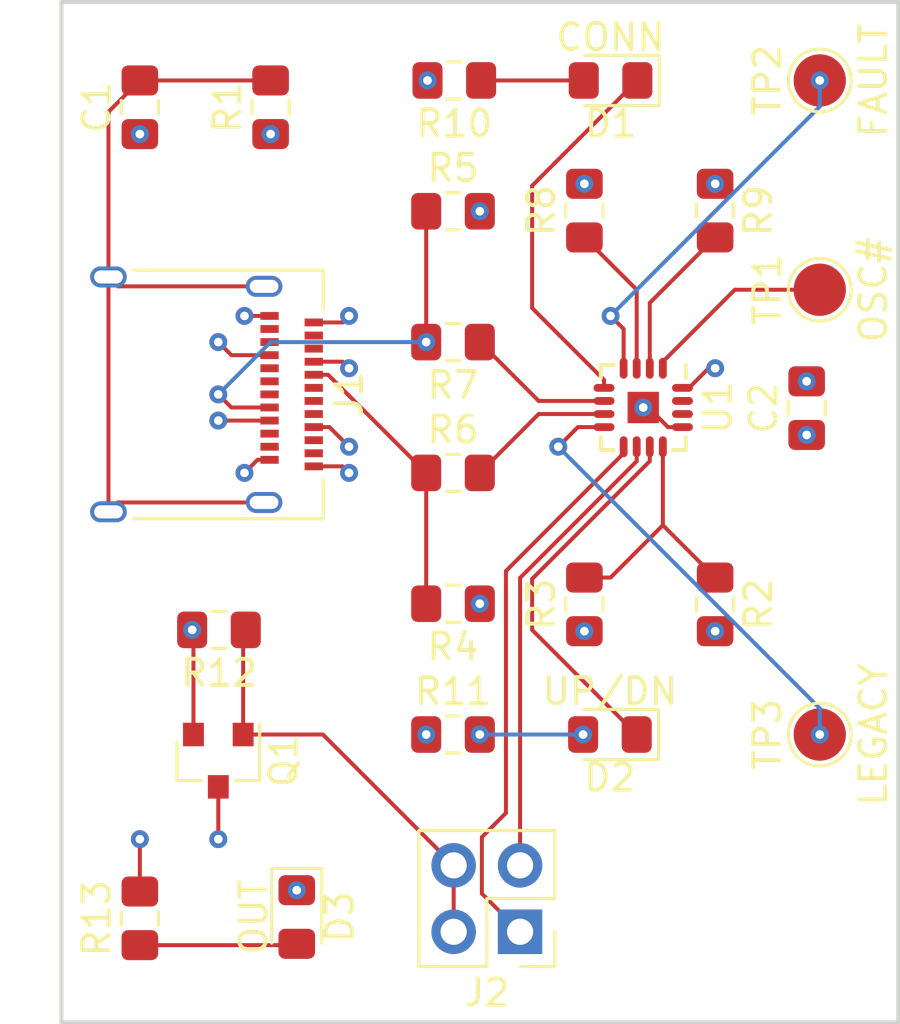
<source format=kicad_pcb>
(kicad_pcb (version 20171130) (host pcbnew "(5.0.1-3-g963ef8bb5)")

  (general
    (thickness 1.6)
    (drawings 4)
    (tracks 125)
    (zones 0)
    (modules 25)
    (nets 31)
  )

  (page A4)
  (layers
    (0 F.Cu signal)
    (1 In1.Cu signal)
    (2 In2.Cu signal)
    (31 B.Cu signal)
    (34 B.Paste user)
    (35 F.Paste user)
    (36 B.SilkS user)
    (37 F.SilkS user)
    (38 B.Mask user)
    (39 F.Mask user)
    (44 Edge.Cuts user)
    (45 Margin user)
    (46 B.CrtYd user)
    (47 F.CrtYd user)
    (49 F.Fab user)
  )

  (setup
    (last_trace_width 0.1524)
    (trace_clearance 0.1524)
    (zone_clearance 0.508)
    (zone_45_only no)
    (trace_min 0.1524)
    (segment_width 0.2)
    (edge_width 0.15)
    (via_size 0.6858)
    (via_drill 0.3302)
    (via_min_size 0.6858)
    (via_min_drill 0.3302)
    (uvia_size 0.6858)
    (uvia_drill 0.3302)
    (uvias_allowed no)
    (uvia_min_size 0.2)
    (uvia_min_drill 0.1)
    (pcb_text_width 0.3)
    (pcb_text_size 1.5 1.5)
    (mod_edge_width 0.15)
    (mod_text_size 1 1)
    (mod_text_width 0.15)
    (pad_size 1.524 1.524)
    (pad_drill 0.762)
    (pad_to_mask_clearance 0.051)
    (solder_mask_min_width 0.25)
    (aux_axis_origin 0 0)
    (visible_elements FFFFFF7F)
    (pcbplotparams
      (layerselection 0x010fc_ffffffff)
      (usegerberextensions false)
      (usegerberattributes false)
      (usegerberadvancedattributes false)
      (creategerberjobfile false)
      (excludeedgelayer true)
      (linewidth 0.100000)
      (plotframeref false)
      (viasonmask false)
      (mode 1)
      (useauxorigin false)
      (hpglpennumber 1)
      (hpglpenspeed 20)
      (hpglpendiameter 15.000000)
      (psnegative false)
      (psa4output false)
      (plotreference true)
      (plotvalue true)
      (plotinvisibletext false)
      (padsonsilk false)
      (subtractmaskfromsilk false)
      (outputformat 1)
      (mirror false)
      (drillshape 1)
      (scaleselection 1)
      (outputdirectory ""))
  )

  (net 0 "")
  (net 1 GND)
  (net 2 "Net-(C1-Pad2)")
  (net 3 +5V)
  (net 4 "Net-(D1-Pad2)")
  (net 5 "Net-(D1-Pad1)")
  (net 6 "Net-(D2-Pad1)")
  (net 7 "Net-(D2-Pad2)")
  (net 8 "Net-(D3-Pad2)")
  (net 9 "Net-(J1-PadA5)")
  (net 10 "Net-(J1-PadA6)")
  (net 11 "Net-(J1-PadA7)")
  (net 12 "Net-(J1-PadA8)")
  (net 13 "Net-(J1-PadB5)")
  (net 14 "Net-(J1-PadB6)")
  (net 15 "Net-(J1-PadB7)")
  (net 16 "Net-(J1-PadB8)")
  (net 17 "Net-(J2-Pad1)")
  (net 18 "Net-(J2-Pad2)")
  (net 19 "Net-(J2-Pad3)")
  (net 20 "Net-(Q1-Pad3)")
  (net 21 "Net-(R2-Pad1)")
  (net 22 "Net-(R6-Pad2)")
  (net 23 "Net-(R7-Pad1)")
  (net 24 "Net-(R8-Pad1)")
  (net 25 "Net-(R9-Pad2)")
  (net 26 "Net-(TP1-Pad1)")
  (net 27 "Net-(TP2-Pad1)")
  (net 28 "Net-(TP3-Pad1)")
  (net 29 "Net-(U1-Pad14)")
  (net 30 "Net-(U1-Pad15)")

  (net_class Default "This is the default net class."
    (clearance 0.1524)
    (trace_width 0.1524)
    (via_dia 0.6858)
    (via_drill 0.3302)
    (uvia_dia 0.6858)
    (uvia_drill 0.3302)
    (diff_pair_gap 0.1524)
    (diff_pair_width 0.1524)
    (add_net +5V)
    (add_net GND)
    (add_net "Net-(C1-Pad2)")
    (add_net "Net-(D1-Pad1)")
    (add_net "Net-(D1-Pad2)")
    (add_net "Net-(D2-Pad1)")
    (add_net "Net-(D2-Pad2)")
    (add_net "Net-(D3-Pad2)")
    (add_net "Net-(J1-PadA5)")
    (add_net "Net-(J1-PadA6)")
    (add_net "Net-(J1-PadA7)")
    (add_net "Net-(J1-PadA8)")
    (add_net "Net-(J1-PadB5)")
    (add_net "Net-(J1-PadB6)")
    (add_net "Net-(J1-PadB7)")
    (add_net "Net-(J1-PadB8)")
    (add_net "Net-(J2-Pad1)")
    (add_net "Net-(J2-Pad2)")
    (add_net "Net-(J2-Pad3)")
    (add_net "Net-(Q1-Pad3)")
    (add_net "Net-(R2-Pad1)")
    (add_net "Net-(R6-Pad2)")
    (add_net "Net-(R7-Pad1)")
    (add_net "Net-(R8-Pad1)")
    (add_net "Net-(R9-Pad2)")
    (add_net "Net-(TP1-Pad1)")
    (add_net "Net-(TP2-Pad1)")
    (add_net "Net-(TP3-Pad1)")
    (add_net "Net-(U1-Pad14)")
    (add_net "Net-(U1-Pad15)")
  )

  (module Resistor_SMD:R_0805_2012Metric_Pad1.15x1.40mm_HandSolder (layer F.Cu) (tedit 5B36C52B) (tstamp 5BF49B9A)
    (at 134.975 93 180)
    (descr "Resistor SMD 0805 (2012 Metric), square (rectangular) end terminal, IPC_7351 nominal with elongated pad for handsoldering. (Body size source: https://docs.google.com/spreadsheets/d/1BsfQQcO9C6DZCsRaXUlFlo91Tg2WpOkGARC1WS5S8t0/edit?usp=sharing), generated with kicad-footprint-generator")
    (tags "resistor handsolder")
    (path /5A545694)
    (attr smd)
    (fp_text reference R7 (at 0 -1.65 180) (layer F.SilkS)
      (effects (font (size 1 1) (thickness 0.15)))
    )
    (fp_text value 10k (at 0 1.65 180) (layer F.Fab)
      (effects (font (size 1 1) (thickness 0.15)))
    )
    (fp_text user %R (at 0 0 180) (layer F.Fab)
      (effects (font (size 0.5 0.5) (thickness 0.08)))
    )
    (fp_line (start 1.85 0.95) (end -1.85 0.95) (layer F.CrtYd) (width 0.05))
    (fp_line (start 1.85 -0.95) (end 1.85 0.95) (layer F.CrtYd) (width 0.05))
    (fp_line (start -1.85 -0.95) (end 1.85 -0.95) (layer F.CrtYd) (width 0.05))
    (fp_line (start -1.85 0.95) (end -1.85 -0.95) (layer F.CrtYd) (width 0.05))
    (fp_line (start -0.261252 0.71) (end 0.261252 0.71) (layer F.SilkS) (width 0.12))
    (fp_line (start -0.261252 -0.71) (end 0.261252 -0.71) (layer F.SilkS) (width 0.12))
    (fp_line (start 1 0.6) (end -1 0.6) (layer F.Fab) (width 0.1))
    (fp_line (start 1 -0.6) (end 1 0.6) (layer F.Fab) (width 0.1))
    (fp_line (start -1 -0.6) (end 1 -0.6) (layer F.Fab) (width 0.1))
    (fp_line (start -1 0.6) (end -1 -0.6) (layer F.Fab) (width 0.1))
    (pad 2 smd roundrect (at 1.025 0 180) (size 1.15 1.4) (layers F.Cu F.Paste F.Mask) (roundrect_rratio 0.217391)
      (net 13 "Net-(J1-PadB5)"))
    (pad 1 smd roundrect (at -1.025 0 180) (size 1.15 1.4) (layers F.Cu F.Paste F.Mask) (roundrect_rratio 0.217391)
      (net 23 "Net-(R7-Pad1)"))
    (model ${KISYS3DMOD}/Resistor_SMD.3dshapes/R_0805_2012Metric.wrl
      (at (xyz 0 0 0))
      (scale (xyz 1 1 1))
      (rotate (xyz 0 0 0))
    )
  )

  (module Capacitor_SMD:C_0805_2012Metric_Pad1.15x1.40mm_HandSolder (layer F.Cu) (tedit 5B36C52B) (tstamp 5BF4A766)
    (at 123 84.025 90)
    (descr "Capacitor SMD 0805 (2012 Metric), square (rectangular) end terminal, IPC_7351 nominal with elongated pad for handsoldering. (Body size source: https://docs.google.com/spreadsheets/d/1BsfQQcO9C6DZCsRaXUlFlo91Tg2WpOkGARC1WS5S8t0/edit?usp=sharing), generated with kicad-footprint-generator")
    (tags "capacitor handsolder")
    (path /5BE76CD8)
    (attr smd)
    (fp_text reference C1 (at 0 -1.65 90) (layer F.SilkS)
      (effects (font (size 1 1) (thickness 0.15)))
    )
    (fp_text value 4.7n (at 0 1.65 90) (layer F.Fab)
      (effects (font (size 1 1) (thickness 0.15)))
    )
    (fp_line (start -1 0.6) (end -1 -0.6) (layer F.Fab) (width 0.1))
    (fp_line (start -1 -0.6) (end 1 -0.6) (layer F.Fab) (width 0.1))
    (fp_line (start 1 -0.6) (end 1 0.6) (layer F.Fab) (width 0.1))
    (fp_line (start 1 0.6) (end -1 0.6) (layer F.Fab) (width 0.1))
    (fp_line (start -0.261252 -0.71) (end 0.261252 -0.71) (layer F.SilkS) (width 0.12))
    (fp_line (start -0.261252 0.71) (end 0.261252 0.71) (layer F.SilkS) (width 0.12))
    (fp_line (start -1.85 0.95) (end -1.85 -0.95) (layer F.CrtYd) (width 0.05))
    (fp_line (start -1.85 -0.95) (end 1.85 -0.95) (layer F.CrtYd) (width 0.05))
    (fp_line (start 1.85 -0.95) (end 1.85 0.95) (layer F.CrtYd) (width 0.05))
    (fp_line (start 1.85 0.95) (end -1.85 0.95) (layer F.CrtYd) (width 0.05))
    (fp_text user %R (at 0 0 90) (layer F.Fab)
      (effects (font (size 0.5 0.5) (thickness 0.08)))
    )
    (pad 1 smd roundrect (at -1.025 0 90) (size 1.15 1.4) (layers F.Cu F.Paste F.Mask) (roundrect_rratio 0.217391)
      (net 1 GND))
    (pad 2 smd roundrect (at 1.025 0 90) (size 1.15 1.4) (layers F.Cu F.Paste F.Mask) (roundrect_rratio 0.217391)
      (net 2 "Net-(C1-Pad2)"))
    (model ${KISYS3DMOD}/Capacitor_SMD.3dshapes/C_0805_2012Metric.wrl
      (at (xyz 0 0 0))
      (scale (xyz 1 1 1))
      (rotate (xyz 0 0 0))
    )
  )

  (module Capacitor_SMD:C_0805_2012Metric_Pad1.15x1.40mm_HandSolder (layer F.Cu) (tedit 5B36C52B) (tstamp 5BF4A61F)
    (at 148.5 95.525 90)
    (descr "Capacitor SMD 0805 (2012 Metric), square (rectangular) end terminal, IPC_7351 nominal with elongated pad for handsoldering. (Body size source: https://docs.google.com/spreadsheets/d/1BsfQQcO9C6DZCsRaXUlFlo91Tg2WpOkGARC1WS5S8t0/edit?usp=sharing), generated with kicad-footprint-generator")
    (tags "capacitor handsolder")
    (path /5BF4E510)
    (attr smd)
    (fp_text reference C2 (at 0 -1.65 90) (layer F.SilkS)
      (effects (font (size 1 1) (thickness 0.15)))
    )
    (fp_text value 0.1u (at 0 1.65 90) (layer F.Fab)
      (effects (font (size 1 1) (thickness 0.15)))
    )
    (fp_text user %R (at 0 0 90) (layer F.Fab)
      (effects (font (size 0.5 0.5) (thickness 0.08)))
    )
    (fp_line (start 1.85 0.95) (end -1.85 0.95) (layer F.CrtYd) (width 0.05))
    (fp_line (start 1.85 -0.95) (end 1.85 0.95) (layer F.CrtYd) (width 0.05))
    (fp_line (start -1.85 -0.95) (end 1.85 -0.95) (layer F.CrtYd) (width 0.05))
    (fp_line (start -1.85 0.95) (end -1.85 -0.95) (layer F.CrtYd) (width 0.05))
    (fp_line (start -0.261252 0.71) (end 0.261252 0.71) (layer F.SilkS) (width 0.12))
    (fp_line (start -0.261252 -0.71) (end 0.261252 -0.71) (layer F.SilkS) (width 0.12))
    (fp_line (start 1 0.6) (end -1 0.6) (layer F.Fab) (width 0.1))
    (fp_line (start 1 -0.6) (end 1 0.6) (layer F.Fab) (width 0.1))
    (fp_line (start -1 -0.6) (end 1 -0.6) (layer F.Fab) (width 0.1))
    (fp_line (start -1 0.6) (end -1 -0.6) (layer F.Fab) (width 0.1))
    (pad 2 smd roundrect (at 1.025 0 90) (size 1.15 1.4) (layers F.Cu F.Paste F.Mask) (roundrect_rratio 0.217391)
      (net 3 +5V))
    (pad 1 smd roundrect (at -1.025 0 90) (size 1.15 1.4) (layers F.Cu F.Paste F.Mask) (roundrect_rratio 0.217391)
      (net 1 GND))
    (model ${KISYS3DMOD}/Capacitor_SMD.3dshapes/C_0805_2012Metric.wrl
      (at (xyz 0 0 0))
      (scale (xyz 1 1 1))
      (rotate (xyz 0 0 0))
    )
  )

  (module LED_SMD:LED_0805_2012Metric_Pad1.15x1.40mm_HandSolder (layer F.Cu) (tedit 5BF48E74) (tstamp 5BF5AEF6)
    (at 141 83 180)
    (descr "LED SMD 0805 (2012 Metric), square (rectangular) end terminal, IPC_7351 nominal, (Body size source: https://docs.google.com/spreadsheets/d/1BsfQQcO9C6DZCsRaXUlFlo91Tg2WpOkGARC1WS5S8t0/edit?usp=sharing), generated with kicad-footprint-generator")
    (tags "LED handsolder")
    (path /5BF5E569)
    (attr smd)
    (fp_text reference D1 (at 0 -1.65 180) (layer F.SilkS)
      (effects (font (size 1 1) (thickness 0.15)))
    )
    (fp_text value CONN (at 0 1.65 180) (layer F.SilkS)
      (effects (font (size 1 1) (thickness 0.15)))
    )
    (fp_text user %R (at 0 0 180) (layer F.Fab)
      (effects (font (size 0.5 0.5) (thickness 0.08)))
    )
    (fp_line (start 1.85 0.95) (end -1.85 0.95) (layer F.CrtYd) (width 0.05))
    (fp_line (start 1.85 -0.95) (end 1.85 0.95) (layer F.CrtYd) (width 0.05))
    (fp_line (start -1.85 -0.95) (end 1.85 -0.95) (layer F.CrtYd) (width 0.05))
    (fp_line (start -1.85 0.95) (end -1.85 -0.95) (layer F.CrtYd) (width 0.05))
    (fp_line (start -1.86 0.96) (end 1 0.96) (layer F.SilkS) (width 0.12))
    (fp_line (start -1.86 -0.96) (end -1.86 0.96) (layer F.SilkS) (width 0.12))
    (fp_line (start 1 -0.96) (end -1.86 -0.96) (layer F.SilkS) (width 0.12))
    (fp_line (start 1 0.6) (end 1 -0.6) (layer F.Fab) (width 0.1))
    (fp_line (start -1 0.6) (end 1 0.6) (layer F.Fab) (width 0.1))
    (fp_line (start -1 -0.3) (end -1 0.6) (layer F.Fab) (width 0.1))
    (fp_line (start -0.7 -0.6) (end -1 -0.3) (layer F.Fab) (width 0.1))
    (fp_line (start 1 -0.6) (end -0.7 -0.6) (layer F.Fab) (width 0.1))
    (pad 2 smd roundrect (at 1.025 0 180) (size 1.15 1.4) (layers F.Cu F.Paste F.Mask) (roundrect_rratio 0.217391)
      (net 4 "Net-(D1-Pad2)"))
    (pad 1 smd roundrect (at -1.025 0 180) (size 1.15 1.4) (layers F.Cu F.Paste F.Mask) (roundrect_rratio 0.217391)
      (net 5 "Net-(D1-Pad1)"))
    (model ${KISYS3DMOD}/LED_SMD.3dshapes/LED_0805_2012Metric.wrl
      (at (xyz 0 0 0))
      (scale (xyz 1 1 1))
      (rotate (xyz 0 0 0))
    )
  )

  (module LED_SMD:LED_0805_2012Metric_Pad1.15x1.40mm_HandSolder (layer F.Cu) (tedit 5BF48E66) (tstamp 5BF49AD0)
    (at 140.975 108 180)
    (descr "LED SMD 0805 (2012 Metric), square (rectangular) end terminal, IPC_7351 nominal, (Body size source: https://docs.google.com/spreadsheets/d/1BsfQQcO9C6DZCsRaXUlFlo91Tg2WpOkGARC1WS5S8t0/edit?usp=sharing), generated with kicad-footprint-generator")
    (tags "LED handsolder")
    (path /5BF5E104)
    (attr smd)
    (fp_text reference D2 (at 0 -1.65 180) (layer F.SilkS)
      (effects (font (size 1 1) (thickness 0.15)))
    )
    (fp_text value UP/DN (at 0 1.65 180) (layer F.SilkS)
      (effects (font (size 1 1) (thickness 0.15)))
    )
    (fp_line (start 1 -0.6) (end -0.7 -0.6) (layer F.Fab) (width 0.1))
    (fp_line (start -0.7 -0.6) (end -1 -0.3) (layer F.Fab) (width 0.1))
    (fp_line (start -1 -0.3) (end -1 0.6) (layer F.Fab) (width 0.1))
    (fp_line (start -1 0.6) (end 1 0.6) (layer F.Fab) (width 0.1))
    (fp_line (start 1 0.6) (end 1 -0.6) (layer F.Fab) (width 0.1))
    (fp_line (start 1 -0.96) (end -1.86 -0.96) (layer F.SilkS) (width 0.12))
    (fp_line (start -1.86 -0.96) (end -1.86 0.96) (layer F.SilkS) (width 0.12))
    (fp_line (start -1.86 0.96) (end 1 0.96) (layer F.SilkS) (width 0.12))
    (fp_line (start -1.85 0.95) (end -1.85 -0.95) (layer F.CrtYd) (width 0.05))
    (fp_line (start -1.85 -0.95) (end 1.85 -0.95) (layer F.CrtYd) (width 0.05))
    (fp_line (start 1.85 -0.95) (end 1.85 0.95) (layer F.CrtYd) (width 0.05))
    (fp_line (start 1.85 0.95) (end -1.85 0.95) (layer F.CrtYd) (width 0.05))
    (fp_text user %R (at 0 0 180) (layer F.Fab)
      (effects (font (size 0.5 0.5) (thickness 0.08)))
    )
    (pad 1 smd roundrect (at -1.025 0 180) (size 1.15 1.4) (layers F.Cu F.Paste F.Mask) (roundrect_rratio 0.217391)
      (net 6 "Net-(D2-Pad1)"))
    (pad 2 smd roundrect (at 1.025 0 180) (size 1.15 1.4) (layers F.Cu F.Paste F.Mask) (roundrect_rratio 0.217391)
      (net 7 "Net-(D2-Pad2)"))
    (model ${KISYS3DMOD}/LED_SMD.3dshapes/LED_0805_2012Metric.wrl
      (at (xyz 0 0 0))
      (scale (xyz 1 1 1))
      (rotate (xyz 0 0 0))
    )
  )

  (module LED_SMD:LED_0805_2012Metric_Pad1.15x1.40mm_HandSolder (layer F.Cu) (tedit 5BF48E83) (tstamp 5BF49A9A)
    (at 129 114.975 270)
    (descr "LED SMD 0805 (2012 Metric), square (rectangular) end terminal, IPC_7351 nominal, (Body size source: https://docs.google.com/spreadsheets/d/1BsfQQcO9C6DZCsRaXUlFlo91Tg2WpOkGARC1WS5S8t0/edit?usp=sharing), generated with kicad-footprint-generator")
    (tags "LED handsolder")
    (path /5BF7A803)
    (attr smd)
    (fp_text reference D3 (at 0 -1.65 270) (layer F.SilkS)
      (effects (font (size 1 1) (thickness 0.15)))
    )
    (fp_text value OUT (at 0 1.65 270) (layer F.SilkS)
      (effects (font (size 1 1) (thickness 0.15)))
    )
    (fp_line (start 1 -0.6) (end -0.7 -0.6) (layer F.Fab) (width 0.1))
    (fp_line (start -0.7 -0.6) (end -1 -0.3) (layer F.Fab) (width 0.1))
    (fp_line (start -1 -0.3) (end -1 0.6) (layer F.Fab) (width 0.1))
    (fp_line (start -1 0.6) (end 1 0.6) (layer F.Fab) (width 0.1))
    (fp_line (start 1 0.6) (end 1 -0.6) (layer F.Fab) (width 0.1))
    (fp_line (start 1 -0.96) (end -1.86 -0.96) (layer F.SilkS) (width 0.12))
    (fp_line (start -1.86 -0.96) (end -1.86 0.96) (layer F.SilkS) (width 0.12))
    (fp_line (start -1.86 0.96) (end 1 0.96) (layer F.SilkS) (width 0.12))
    (fp_line (start -1.85 0.95) (end -1.85 -0.95) (layer F.CrtYd) (width 0.05))
    (fp_line (start -1.85 -0.95) (end 1.85 -0.95) (layer F.CrtYd) (width 0.05))
    (fp_line (start 1.85 -0.95) (end 1.85 0.95) (layer F.CrtYd) (width 0.05))
    (fp_line (start 1.85 0.95) (end -1.85 0.95) (layer F.CrtYd) (width 0.05))
    (fp_text user %R (at 0 0 270) (layer F.Fab)
      (effects (font (size 0.5 0.5) (thickness 0.08)))
    )
    (pad 1 smd roundrect (at -1.025 0 270) (size 1.15 1.4) (layers F.Cu F.Paste F.Mask) (roundrect_rratio 0.217391)
      (net 1 GND))
    (pad 2 smd roundrect (at 1.025 0 270) (size 1.15 1.4) (layers F.Cu F.Paste F.Mask) (roundrect_rratio 0.217391)
      (net 8 "Net-(D3-Pad2)"))
    (model ${KISYS3DMOD}/LED_SMD.3dshapes/LED_0805_2012Metric.wrl
      (at (xyz 0 0 0))
      (scale (xyz 1 1 1))
      (rotate (xyz 0 0 0))
    )
  )

  (module amphenol:USB_C_Receptacle_Amphenol_12401598E4-2A (layer F.Cu) (tedit 5BF46881) (tstamp 5BF49A2C)
    (at 129 95 270)
    (descr https://www.amphenol-icc.com/media/wysiwyg/files/drawing/12401598xxx2a.pdf)
    (tags "USB C Type-C Receptacle SMD")
    (path /5BF5DCD1)
    (attr smd)
    (fp_text reference J1 (at 0 -2 270) (layer F.SilkS)
      (effects (font (size 1 1) (thickness 0.15)))
    )
    (fp_text value USB-C (at 0 10.5 270) (layer F.Fab)
      (effects (font (size 1 1) (thickness 0.15)))
    )
    (fp_text user %R (at 0 4.36 270) (layer F.Fab)
      (effects (font (size 1 1) (thickness 0.1)))
    )
    (fp_line (start -5.39 10.09) (end -5.39 -1.51) (layer F.CrtYd) (width 0.05))
    (fp_line (start 5.39 10.09) (end -5.39 10.09) (layer F.CrtYd) (width 0.05))
    (fp_line (start 5.39 -1.51) (end 5.39 10.09) (layer F.CrtYd) (width 0.05))
    (fp_line (start -5.39 -1.51) (end 5.39 -1.51) (layer F.CrtYd) (width 0.05))
    (fp_line (start 4.6 9.59) (end 4.6 -0.86) (layer F.Fab) (width 0.1))
    (fp_line (start -4.6 9.59) (end 4.6 9.59) (layer F.Fab) (width 0.1))
    (fp_line (start 3.25 -1.01) (end 4.75 -1.01) (layer F.SilkS) (width 0.12))
    (fp_line (start 4.75 -1.01) (end 4.75 6.25) (layer F.SilkS) (width 0.12))
    (fp_line (start -4.75 -1.01) (end -4.75 6.25) (layer F.SilkS) (width 0.12))
    (fp_line (start -4.75 -1.01) (end -3.25 -1.01) (layer F.SilkS) (width 0.12))
    (fp_line (start -4.6 -0.86) (end 4.6 -0.86) (layer F.Fab) (width 0.1))
    (fp_line (start -4.6 9.59) (end -4.6 -0.86) (layer F.Fab) (width 0.1))
    (pad S1 thru_hole oval (at -4.13 1.25 270) (size 0.8 1.4) (drill oval 0.5 1.1) (layers *.Cu *.Mask)
      (net 2 "Net-(C1-Pad2)"))
    (pad A1 smd rect (at -2.75 -0.65 270) (size 0.3 0.7) (layers F.Cu F.Paste F.Mask)
      (net 1 GND))
    (pad A2 smd rect (at -2.25 -0.65 270) (size 0.3 0.7) (layers F.Cu F.Paste F.Mask))
    (pad A3 smd rect (at -1.75 -0.65 270) (size 0.3 0.7) (layers F.Cu F.Paste F.Mask))
    (pad A4 smd rect (at -1.25 -0.65 270) (size 0.3 0.7) (layers F.Cu F.Paste F.Mask)
      (net 3 +5V))
    (pad A5 smd rect (at -0.75 -0.65 270) (size 0.3 0.7) (layers F.Cu F.Paste F.Mask)
      (net 9 "Net-(J1-PadA5)"))
    (pad A6 smd rect (at -0.25 -0.65 270) (size 0.3 0.7) (layers F.Cu F.Paste F.Mask)
      (net 10 "Net-(J1-PadA6)"))
    (pad A7 smd rect (at 0.25 -0.65 270) (size 0.3 0.7) (layers F.Cu F.Paste F.Mask)
      (net 11 "Net-(J1-PadA7)"))
    (pad A12 smd rect (at 2.75 -0.65 270) (size 0.3 0.7) (layers F.Cu F.Paste F.Mask)
      (net 1 GND))
    (pad A10 smd rect (at 1.75 -0.65 270) (size 0.3 0.7) (layers F.Cu F.Paste F.Mask))
    (pad A9 smd rect (at 1.25 -0.65 270) (size 0.3 0.7) (layers F.Cu F.Paste F.Mask)
      (net 3 +5V))
    (pad A8 smd rect (at 0.75 -0.65 270) (size 0.3 0.7) (layers F.Cu F.Paste F.Mask)
      (net 12 "Net-(J1-PadA8)"))
    (pad A11 smd rect (at 2.25 -0.65 270) (size 0.3 0.7) (layers F.Cu F.Paste F.Mask))
    (pad B1 smd rect (at 2.5 1.04 270) (size 0.3 0.7) (layers F.Cu F.Paste F.Mask)
      (net 1 GND))
    (pad S1 thru_hole oval (at 4.13 1.25 270) (size 0.8 1.4) (drill oval 0.5 1.1) (layers *.Cu *.Mask)
      (net 2 "Net-(C1-Pad2)"))
    (pad S1 thru_hole oval (at 4.49 7.2 270) (size 0.8 1.4) (drill oval 0.5 1.1) (layers *.Cu *.Mask)
      (net 2 "Net-(C1-Pad2)"))
    (pad S1 thru_hole oval (at -4.49 7.2 270) (size 0.8 1.4) (drill oval 0.5 1.1) (layers *.Cu *.Mask)
      (net 2 "Net-(C1-Pad2)"))
    (pad "" np_thru_hole oval (at 3.6 0 270) (size 0.95 0.65) (drill oval 0.95 0.65) (layers *.Cu *.Mask))
    (pad "" np_thru_hole circle (at -3.6 0 270) (size 0.65 0.65) (drill 0.65) (layers *.Cu *.Mask))
    (pad B2 smd rect (at 2 1.04 270) (size 0.3 0.7) (layers F.Cu F.Paste F.Mask))
    (pad B3 smd rect (at 1.5 1.04 270) (size 0.3 0.7) (layers F.Cu F.Paste F.Mask))
    (pad B4 smd rect (at 1 1.04 270) (size 0.3 0.7) (layers F.Cu F.Paste F.Mask)
      (net 3 +5V))
    (pad B5 smd rect (at 0.5 1.04 270) (size 0.3 0.7) (layers F.Cu F.Paste F.Mask)
      (net 13 "Net-(J1-PadB5)"))
    (pad B6 smd rect (at 0 1.04 270) (size 0.3 0.7) (layers F.Cu F.Paste F.Mask)
      (net 14 "Net-(J1-PadB6)"))
    (pad B7 smd rect (at -0.5 1.04 270) (size 0.3 0.7) (layers F.Cu F.Paste F.Mask)
      (net 15 "Net-(J1-PadB7)"))
    (pad B8 smd rect (at -1 1.04 270) (size 0.3 0.7) (layers F.Cu F.Paste F.Mask)
      (net 16 "Net-(J1-PadB8)"))
    (pad B9 smd rect (at -1.5 1.04 270) (size 0.3 0.7) (layers F.Cu F.Paste F.Mask)
      (net 3 +5V))
    (pad B10 smd rect (at -2 1.04 270) (size 0.3 0.7) (layers F.Cu F.Paste F.Mask))
    (pad B11 smd rect (at -2.5 1.04 270) (size 0.3 0.7) (layers F.Cu F.Paste F.Mask))
    (pad B12 smd rect (at -3 1.04 270) (size 0.3 0.7) (layers F.Cu F.Paste F.Mask)
      (net 1 GND))
    (model ${KISYS3DMOD}/Connector_USB.3dshapes/USB_C_Receptacle_Amphenol_12401610E4-2A.wrl
      (at (xyz 0 0 0))
      (scale (xyz 1 1 1))
      (rotate (xyz 0 0 0))
    )
    (model ${KIPRJMOD}/libs/snapeda/12401598E4#2A--3DModel-STEP-56544.STEP
      (offset (xyz 0 -9.6 0))
      (scale (xyz 1 1 1))
      (rotate (xyz 90 180 180))
    )
  )

  (module Connector_PinHeader_2.54mm:PinHeader_2x02_P2.54mm_Vertical (layer F.Cu) (tedit 59FED5CC) (tstamp 5BF499CC)
    (at 137.54 115.54 180)
    (descr "Through hole straight pin header, 2x02, 2.54mm pitch, double rows")
    (tags "Through hole pin header THT 2x02 2.54mm double row")
    (path /5BF518D2)
    (fp_text reference J2 (at 1.27 -2.33 180) (layer F.SilkS)
      (effects (font (size 1 1) (thickness 0.15)))
    )
    (fp_text value PFET_GATE (at 1.27 4.87 180) (layer F.Fab)
      (effects (font (size 1 1) (thickness 0.15)))
    )
    (fp_line (start 0 -1.27) (end 3.81 -1.27) (layer F.Fab) (width 0.1))
    (fp_line (start 3.81 -1.27) (end 3.81 3.81) (layer F.Fab) (width 0.1))
    (fp_line (start 3.81 3.81) (end -1.27 3.81) (layer F.Fab) (width 0.1))
    (fp_line (start -1.27 3.81) (end -1.27 0) (layer F.Fab) (width 0.1))
    (fp_line (start -1.27 0) (end 0 -1.27) (layer F.Fab) (width 0.1))
    (fp_line (start -1.33 3.87) (end 3.87 3.87) (layer F.SilkS) (width 0.12))
    (fp_line (start -1.33 1.27) (end -1.33 3.87) (layer F.SilkS) (width 0.12))
    (fp_line (start 3.87 -1.33) (end 3.87 3.87) (layer F.SilkS) (width 0.12))
    (fp_line (start -1.33 1.27) (end 1.27 1.27) (layer F.SilkS) (width 0.12))
    (fp_line (start 1.27 1.27) (end 1.27 -1.33) (layer F.SilkS) (width 0.12))
    (fp_line (start 1.27 -1.33) (end 3.87 -1.33) (layer F.SilkS) (width 0.12))
    (fp_line (start -1.33 0) (end -1.33 -1.33) (layer F.SilkS) (width 0.12))
    (fp_line (start -1.33 -1.33) (end 0 -1.33) (layer F.SilkS) (width 0.12))
    (fp_line (start -1.8 -1.8) (end -1.8 4.35) (layer F.CrtYd) (width 0.05))
    (fp_line (start -1.8 4.35) (end 4.35 4.35) (layer F.CrtYd) (width 0.05))
    (fp_line (start 4.35 4.35) (end 4.35 -1.8) (layer F.CrtYd) (width 0.05))
    (fp_line (start 4.35 -1.8) (end -1.8 -1.8) (layer F.CrtYd) (width 0.05))
    (fp_text user %R (at 1.27 1.27 270) (layer F.Fab)
      (effects (font (size 1 1) (thickness 0.15)))
    )
    (pad 1 thru_hole rect (at 0 0 180) (size 1.7 1.7) (drill 1) (layers *.Cu *.Mask)
      (net 17 "Net-(J2-Pad1)"))
    (pad 2 thru_hole oval (at 2.54 0 180) (size 1.7 1.7) (drill 1) (layers *.Cu *.Mask)
      (net 18 "Net-(J2-Pad2)"))
    (pad 3 thru_hole oval (at 0 2.54 180) (size 1.7 1.7) (drill 1) (layers *.Cu *.Mask)
      (net 19 "Net-(J2-Pad3)"))
    (pad 4 thru_hole oval (at 2.54 2.54 180) (size 1.7 1.7) (drill 1) (layers *.Cu *.Mask)
      (net 18 "Net-(J2-Pad2)"))
    (model ${KISYS3DMOD}/Connector_PinHeader_2.54mm.3dshapes/PinHeader_2x02_P2.54mm_Vertical.wrl
      (at (xyz 0 0 0))
      (scale (xyz 1 1 1))
      (rotate (xyz 0 0 0))
    )
  )

  (module Package_TO_SOT_SMD:SOT-23 (layer F.Cu) (tedit 5A02FF57) (tstamp 5BF4998B)
    (at 126 109 270)
    (descr "SOT-23, Standard")
    (tags SOT-23)
    (path /5BE8FFD4)
    (attr smd)
    (fp_text reference Q1 (at 0 -2.5 270) (layer F.SilkS)
      (effects (font (size 1 1) (thickness 0.15)))
    )
    (fp_text value NTR2101P (at 0 2.5 270) (layer F.Fab)
      (effects (font (size 1 1) (thickness 0.15)))
    )
    (fp_text user %R (at 0 0) (layer F.Fab)
      (effects (font (size 0.5 0.5) (thickness 0.075)))
    )
    (fp_line (start -0.7 -0.95) (end -0.7 1.5) (layer F.Fab) (width 0.1))
    (fp_line (start -0.15 -1.52) (end 0.7 -1.52) (layer F.Fab) (width 0.1))
    (fp_line (start -0.7 -0.95) (end -0.15 -1.52) (layer F.Fab) (width 0.1))
    (fp_line (start 0.7 -1.52) (end 0.7 1.52) (layer F.Fab) (width 0.1))
    (fp_line (start -0.7 1.52) (end 0.7 1.52) (layer F.Fab) (width 0.1))
    (fp_line (start 0.76 1.58) (end 0.76 0.65) (layer F.SilkS) (width 0.12))
    (fp_line (start 0.76 -1.58) (end 0.76 -0.65) (layer F.SilkS) (width 0.12))
    (fp_line (start -1.7 -1.75) (end 1.7 -1.75) (layer F.CrtYd) (width 0.05))
    (fp_line (start 1.7 -1.75) (end 1.7 1.75) (layer F.CrtYd) (width 0.05))
    (fp_line (start 1.7 1.75) (end -1.7 1.75) (layer F.CrtYd) (width 0.05))
    (fp_line (start -1.7 1.75) (end -1.7 -1.75) (layer F.CrtYd) (width 0.05))
    (fp_line (start 0.76 -1.58) (end -1.4 -1.58) (layer F.SilkS) (width 0.12))
    (fp_line (start 0.76 1.58) (end -0.7 1.58) (layer F.SilkS) (width 0.12))
    (pad 1 smd rect (at -1 -0.95 270) (size 0.9 0.8) (layers F.Cu F.Paste F.Mask)
      (net 18 "Net-(J2-Pad2)"))
    (pad 2 smd rect (at -1 0.95 270) (size 0.9 0.8) (layers F.Cu F.Paste F.Mask)
      (net 3 +5V))
    (pad 3 smd rect (at 1 0 270) (size 0.9 0.8) (layers F.Cu F.Paste F.Mask)
      (net 20 "Net-(Q1-Pad3)"))
    (model ${KISYS3DMOD}/Package_TO_SOT_SMD.3dshapes/SOT-23.wrl
      (at (xyz 0 0 0))
      (scale (xyz 1 1 1))
      (rotate (xyz 0 0 0))
    )
  )

  (module Resistor_SMD:R_0805_2012Metric_Pad1.15x1.40mm_HandSolder (layer F.Cu) (tedit 5B36C52B) (tstamp 5BF4A736)
    (at 128 84.025 90)
    (descr "Resistor SMD 0805 (2012 Metric), square (rectangular) end terminal, IPC_7351 nominal with elongated pad for handsoldering. (Body size source: https://docs.google.com/spreadsheets/d/1BsfQQcO9C6DZCsRaXUlFlo91Tg2WpOkGARC1WS5S8t0/edit?usp=sharing), generated with kicad-footprint-generator")
    (tags "resistor handsolder")
    (path /5BE75FE5)
    (attr smd)
    (fp_text reference R1 (at 0 -1.65 90) (layer F.SilkS)
      (effects (font (size 1 1) (thickness 0.15)))
    )
    (fp_text value 1M (at 0 1.65 90) (layer F.Fab)
      (effects (font (size 1 1) (thickness 0.15)))
    )
    (fp_line (start -1 0.6) (end -1 -0.6) (layer F.Fab) (width 0.1))
    (fp_line (start -1 -0.6) (end 1 -0.6) (layer F.Fab) (width 0.1))
    (fp_line (start 1 -0.6) (end 1 0.6) (layer F.Fab) (width 0.1))
    (fp_line (start 1 0.6) (end -1 0.6) (layer F.Fab) (width 0.1))
    (fp_line (start -0.261252 -0.71) (end 0.261252 -0.71) (layer F.SilkS) (width 0.12))
    (fp_line (start -0.261252 0.71) (end 0.261252 0.71) (layer F.SilkS) (width 0.12))
    (fp_line (start -1.85 0.95) (end -1.85 -0.95) (layer F.CrtYd) (width 0.05))
    (fp_line (start -1.85 -0.95) (end 1.85 -0.95) (layer F.CrtYd) (width 0.05))
    (fp_line (start 1.85 -0.95) (end 1.85 0.95) (layer F.CrtYd) (width 0.05))
    (fp_line (start 1.85 0.95) (end -1.85 0.95) (layer F.CrtYd) (width 0.05))
    (fp_text user %R (at 0 0 90) (layer F.Fab)
      (effects (font (size 0.5 0.5) (thickness 0.08)))
    )
    (pad 1 smd roundrect (at -1.025 0 90) (size 1.15 1.4) (layers F.Cu F.Paste F.Mask) (roundrect_rratio 0.217391)
      (net 1 GND))
    (pad 2 smd roundrect (at 1.025 0 90) (size 1.15 1.4) (layers F.Cu F.Paste F.Mask) (roundrect_rratio 0.217391)
      (net 2 "Net-(C1-Pad2)"))
    (model ${KISYS3DMOD}/Resistor_SMD.3dshapes/R_0805_2012Metric.wrl
      (at (xyz 0 0 0))
      (scale (xyz 1 1 1))
      (rotate (xyz 0 0 0))
    )
  )

  (module Resistor_SMD:R_0805_2012Metric_Pad1.15x1.40mm_HandSolder (layer F.Cu) (tedit 5B36C52B) (tstamp 5BF49927)
    (at 145 103.025 270)
    (descr "Resistor SMD 0805 (2012 Metric), square (rectangular) end terminal, IPC_7351 nominal with elongated pad for handsoldering. (Body size source: https://docs.google.com/spreadsheets/d/1BsfQQcO9C6DZCsRaXUlFlo91Tg2WpOkGARC1WS5S8t0/edit?usp=sharing), generated with kicad-footprint-generator")
    (tags "resistor handsolder")
    (path /5A545E3E)
    (attr smd)
    (fp_text reference R2 (at 0 -1.65 270) (layer F.SilkS)
      (effects (font (size 1 1) (thickness 0.15)))
    )
    (fp_text value 35.7k (at 0 1.65 270) (layer F.Fab)
      (effects (font (size 1 1) (thickness 0.15)))
    )
    (fp_text user %R (at 0 0 270) (layer F.Fab)
      (effects (font (size 0.5 0.5) (thickness 0.08)))
    )
    (fp_line (start 1.85 0.95) (end -1.85 0.95) (layer F.CrtYd) (width 0.05))
    (fp_line (start 1.85 -0.95) (end 1.85 0.95) (layer F.CrtYd) (width 0.05))
    (fp_line (start -1.85 -0.95) (end 1.85 -0.95) (layer F.CrtYd) (width 0.05))
    (fp_line (start -1.85 0.95) (end -1.85 -0.95) (layer F.CrtYd) (width 0.05))
    (fp_line (start -0.261252 0.71) (end 0.261252 0.71) (layer F.SilkS) (width 0.12))
    (fp_line (start -0.261252 -0.71) (end 0.261252 -0.71) (layer F.SilkS) (width 0.12))
    (fp_line (start 1 0.6) (end -1 0.6) (layer F.Fab) (width 0.1))
    (fp_line (start 1 -0.6) (end 1 0.6) (layer F.Fab) (width 0.1))
    (fp_line (start -1 -0.6) (end 1 -0.6) (layer F.Fab) (width 0.1))
    (fp_line (start -1 0.6) (end -1 -0.6) (layer F.Fab) (width 0.1))
    (pad 2 smd roundrect (at 1.025 0 270) (size 1.15 1.4) (layers F.Cu F.Paste F.Mask) (roundrect_rratio 0.217391)
      (net 3 +5V))
    (pad 1 smd roundrect (at -1.025 0 270) (size 1.15 1.4) (layers F.Cu F.Paste F.Mask) (roundrect_rratio 0.217391)
      (net 21 "Net-(R2-Pad1)"))
    (model ${KISYS3DMOD}/Resistor_SMD.3dshapes/R_0805_2012Metric.wrl
      (at (xyz 0 0 0))
      (scale (xyz 1 1 1))
      (rotate (xyz 0 0 0))
    )
  )

  (module Resistor_SMD:R_0805_2012Metric_Pad1.15x1.40mm_HandSolder (layer F.Cu) (tedit 5B36C52B) (tstamp 5BF498F7)
    (at 140 103.025 90)
    (descr "Resistor SMD 0805 (2012 Metric), square (rectangular) end terminal, IPC_7351 nominal with elongated pad for handsoldering. (Body size source: https://docs.google.com/spreadsheets/d/1BsfQQcO9C6DZCsRaXUlFlo91Tg2WpOkGARC1WS5S8t0/edit?usp=sharing), generated with kicad-footprint-generator")
    (tags "resistor handsolder")
    (path /5A545D7A)
    (attr smd)
    (fp_text reference R3 (at 0 -1.65 90) (layer F.SilkS)
      (effects (font (size 1 1) (thickness 0.15)))
    )
    (fp_text value 5.1k (at 0 1.65 90) (layer F.Fab)
      (effects (font (size 1 1) (thickness 0.15)))
    )
    (fp_line (start -1 0.6) (end -1 -0.6) (layer F.Fab) (width 0.1))
    (fp_line (start -1 -0.6) (end 1 -0.6) (layer F.Fab) (width 0.1))
    (fp_line (start 1 -0.6) (end 1 0.6) (layer F.Fab) (width 0.1))
    (fp_line (start 1 0.6) (end -1 0.6) (layer F.Fab) (width 0.1))
    (fp_line (start -0.261252 -0.71) (end 0.261252 -0.71) (layer F.SilkS) (width 0.12))
    (fp_line (start -0.261252 0.71) (end 0.261252 0.71) (layer F.SilkS) (width 0.12))
    (fp_line (start -1.85 0.95) (end -1.85 -0.95) (layer F.CrtYd) (width 0.05))
    (fp_line (start -1.85 -0.95) (end 1.85 -0.95) (layer F.CrtYd) (width 0.05))
    (fp_line (start 1.85 -0.95) (end 1.85 0.95) (layer F.CrtYd) (width 0.05))
    (fp_line (start 1.85 0.95) (end -1.85 0.95) (layer F.CrtYd) (width 0.05))
    (fp_text user %R (at 0 0 90) (layer F.Fab)
      (effects (font (size 0.5 0.5) (thickness 0.08)))
    )
    (pad 1 smd roundrect (at -1.025 0 90) (size 1.15 1.4) (layers F.Cu F.Paste F.Mask) (roundrect_rratio 0.217391)
      (net 1 GND))
    (pad 2 smd roundrect (at 1.025 0 90) (size 1.15 1.4) (layers F.Cu F.Paste F.Mask) (roundrect_rratio 0.217391)
      (net 21 "Net-(R2-Pad1)"))
    (model ${KISYS3DMOD}/Resistor_SMD.3dshapes/R_0805_2012Metric.wrl
      (at (xyz 0 0 0))
      (scale (xyz 1 1 1))
      (rotate (xyz 0 0 0))
    )
  )

  (module Resistor_SMD:R_0805_2012Metric_Pad1.15x1.40mm_HandSolder (layer F.Cu) (tedit 5B36C52B) (tstamp 5BF498C7)
    (at 134.975 103 180)
    (descr "Resistor SMD 0805 (2012 Metric), square (rectangular) end terminal, IPC_7351 nominal with elongated pad for handsoldering. (Body size source: https://docs.google.com/spreadsheets/d/1BsfQQcO9C6DZCsRaXUlFlo91Tg2WpOkGARC1WS5S8t0/edit?usp=sharing), generated with kicad-footprint-generator")
    (tags "resistor handsolder")
    (path /5A545776)
    (attr smd)
    (fp_text reference R4 (at 0 -1.65 180) (layer F.SilkS)
      (effects (font (size 1 1) (thickness 0.15)))
    )
    (fp_text value 5.1k (at 0 1.65 180) (layer F.Fab)
      (effects (font (size 1 1) (thickness 0.15)))
    )
    (fp_text user %R (at 0 0 180) (layer F.Fab)
      (effects (font (size 0.5 0.5) (thickness 0.08)))
    )
    (fp_line (start 1.85 0.95) (end -1.85 0.95) (layer F.CrtYd) (width 0.05))
    (fp_line (start 1.85 -0.95) (end 1.85 0.95) (layer F.CrtYd) (width 0.05))
    (fp_line (start -1.85 -0.95) (end 1.85 -0.95) (layer F.CrtYd) (width 0.05))
    (fp_line (start -1.85 0.95) (end -1.85 -0.95) (layer F.CrtYd) (width 0.05))
    (fp_line (start -0.261252 0.71) (end 0.261252 0.71) (layer F.SilkS) (width 0.12))
    (fp_line (start -0.261252 -0.71) (end 0.261252 -0.71) (layer F.SilkS) (width 0.12))
    (fp_line (start 1 0.6) (end -1 0.6) (layer F.Fab) (width 0.1))
    (fp_line (start 1 -0.6) (end 1 0.6) (layer F.Fab) (width 0.1))
    (fp_line (start -1 -0.6) (end 1 -0.6) (layer F.Fab) (width 0.1))
    (fp_line (start -1 0.6) (end -1 -0.6) (layer F.Fab) (width 0.1))
    (pad 2 smd roundrect (at 1.025 0 180) (size 1.15 1.4) (layers F.Cu F.Paste F.Mask) (roundrect_rratio 0.217391)
      (net 9 "Net-(J1-PadA5)"))
    (pad 1 smd roundrect (at -1.025 0 180) (size 1.15 1.4) (layers F.Cu F.Paste F.Mask) (roundrect_rratio 0.217391)
      (net 1 GND))
    (model ${KISYS3DMOD}/Resistor_SMD.3dshapes/R_0805_2012Metric.wrl
      (at (xyz 0 0 0))
      (scale (xyz 1 1 1))
      (rotate (xyz 0 0 0))
    )
  )

  (module Resistor_SMD:R_0805_2012Metric_Pad1.15x1.40mm_HandSolder (layer F.Cu) (tedit 5B36C52B) (tstamp 5BF49897)
    (at 134.975 88)
    (descr "Resistor SMD 0805 (2012 Metric), square (rectangular) end terminal, IPC_7351 nominal with elongated pad for handsoldering. (Body size source: https://docs.google.com/spreadsheets/d/1BsfQQcO9C6DZCsRaXUlFlo91Tg2WpOkGARC1WS5S8t0/edit?usp=sharing), generated with kicad-footprint-generator")
    (tags "resistor handsolder")
    (path /5A545718)
    (attr smd)
    (fp_text reference R5 (at 0 -1.65) (layer F.SilkS)
      (effects (font (size 1 1) (thickness 0.15)))
    )
    (fp_text value 5.1k (at 0 1.65) (layer F.Fab)
      (effects (font (size 1 1) (thickness 0.15)))
    )
    (fp_line (start -1 0.6) (end -1 -0.6) (layer F.Fab) (width 0.1))
    (fp_line (start -1 -0.6) (end 1 -0.6) (layer F.Fab) (width 0.1))
    (fp_line (start 1 -0.6) (end 1 0.6) (layer F.Fab) (width 0.1))
    (fp_line (start 1 0.6) (end -1 0.6) (layer F.Fab) (width 0.1))
    (fp_line (start -0.261252 -0.71) (end 0.261252 -0.71) (layer F.SilkS) (width 0.12))
    (fp_line (start -0.261252 0.71) (end 0.261252 0.71) (layer F.SilkS) (width 0.12))
    (fp_line (start -1.85 0.95) (end -1.85 -0.95) (layer F.CrtYd) (width 0.05))
    (fp_line (start -1.85 -0.95) (end 1.85 -0.95) (layer F.CrtYd) (width 0.05))
    (fp_line (start 1.85 -0.95) (end 1.85 0.95) (layer F.CrtYd) (width 0.05))
    (fp_line (start 1.85 0.95) (end -1.85 0.95) (layer F.CrtYd) (width 0.05))
    (fp_text user %R (at 0 0) (layer F.Fab)
      (effects (font (size 0.5 0.5) (thickness 0.08)))
    )
    (pad 1 smd roundrect (at -1.025 0) (size 1.15 1.4) (layers F.Cu F.Paste F.Mask) (roundrect_rratio 0.217391)
      (net 13 "Net-(J1-PadB5)"))
    (pad 2 smd roundrect (at 1.025 0) (size 1.15 1.4) (layers F.Cu F.Paste F.Mask) (roundrect_rratio 0.217391)
      (net 1 GND))
    (model ${KISYS3DMOD}/Resistor_SMD.3dshapes/R_0805_2012Metric.wrl
      (at (xyz 0 0 0))
      (scale (xyz 1 1 1))
      (rotate (xyz 0 0 0))
    )
  )

  (module Resistor_SMD:R_0805_2012Metric_Pad1.15x1.40mm_HandSolder (layer F.Cu) (tedit 5B36C52B) (tstamp 5BF49867)
    (at 134.975 98)
    (descr "Resistor SMD 0805 (2012 Metric), square (rectangular) end terminal, IPC_7351 nominal with elongated pad for handsoldering. (Body size source: https://docs.google.com/spreadsheets/d/1BsfQQcO9C6DZCsRaXUlFlo91Tg2WpOkGARC1WS5S8t0/edit?usp=sharing), generated with kicad-footprint-generator")
    (tags "resistor handsolder")
    (path /5A545653)
    (attr smd)
    (fp_text reference R6 (at 0 -1.65) (layer F.SilkS)
      (effects (font (size 1 1) (thickness 0.15)))
    )
    (fp_text value 10k (at 0 1.65) (layer F.Fab)
      (effects (font (size 1 1) (thickness 0.15)))
    )
    (fp_line (start -1 0.6) (end -1 -0.6) (layer F.Fab) (width 0.1))
    (fp_line (start -1 -0.6) (end 1 -0.6) (layer F.Fab) (width 0.1))
    (fp_line (start 1 -0.6) (end 1 0.6) (layer F.Fab) (width 0.1))
    (fp_line (start 1 0.6) (end -1 0.6) (layer F.Fab) (width 0.1))
    (fp_line (start -0.261252 -0.71) (end 0.261252 -0.71) (layer F.SilkS) (width 0.12))
    (fp_line (start -0.261252 0.71) (end 0.261252 0.71) (layer F.SilkS) (width 0.12))
    (fp_line (start -1.85 0.95) (end -1.85 -0.95) (layer F.CrtYd) (width 0.05))
    (fp_line (start -1.85 -0.95) (end 1.85 -0.95) (layer F.CrtYd) (width 0.05))
    (fp_line (start 1.85 -0.95) (end 1.85 0.95) (layer F.CrtYd) (width 0.05))
    (fp_line (start 1.85 0.95) (end -1.85 0.95) (layer F.CrtYd) (width 0.05))
    (fp_text user %R (at 0 0) (layer F.Fab)
      (effects (font (size 0.5 0.5) (thickness 0.08)))
    )
    (pad 1 smd roundrect (at -1.025 0) (size 1.15 1.4) (layers F.Cu F.Paste F.Mask) (roundrect_rratio 0.217391)
      (net 9 "Net-(J1-PadA5)"))
    (pad 2 smd roundrect (at 1.025 0) (size 1.15 1.4) (layers F.Cu F.Paste F.Mask) (roundrect_rratio 0.217391)
      (net 22 "Net-(R6-Pad2)"))
    (model ${KISYS3DMOD}/Resistor_SMD.3dshapes/R_0805_2012Metric.wrl
      (at (xyz 0 0 0))
      (scale (xyz 1 1 1))
      (rotate (xyz 0 0 0))
    )
  )

  (module Resistor_SMD:R_0805_2012Metric_Pad1.15x1.40mm_HandSolder (layer F.Cu) (tedit 5B36C52B) (tstamp 5BF49837)
    (at 140 87.975 90)
    (descr "Resistor SMD 0805 (2012 Metric), square (rectangular) end terminal, IPC_7351 nominal with elongated pad for handsoldering. (Body size source: https://docs.google.com/spreadsheets/d/1BsfQQcO9C6DZCsRaXUlFlo91Tg2WpOkGARC1WS5S8t0/edit?usp=sharing), generated with kicad-footprint-generator")
    (tags "resistor handsolder")
    (path /5A54597B)
    (attr smd)
    (fp_text reference R8 (at 0 -1.65 90) (layer F.SilkS)
      (effects (font (size 1 1) (thickness 0.15)))
    )
    (fp_text value 10k (at 0 1.65 90) (layer F.Fab)
      (effects (font (size 1 1) (thickness 0.15)))
    )
    (fp_line (start -1 0.6) (end -1 -0.6) (layer F.Fab) (width 0.1))
    (fp_line (start -1 -0.6) (end 1 -0.6) (layer F.Fab) (width 0.1))
    (fp_line (start 1 -0.6) (end 1 0.6) (layer F.Fab) (width 0.1))
    (fp_line (start 1 0.6) (end -1 0.6) (layer F.Fab) (width 0.1))
    (fp_line (start -0.261252 -0.71) (end 0.261252 -0.71) (layer F.SilkS) (width 0.12))
    (fp_line (start -0.261252 0.71) (end 0.261252 0.71) (layer F.SilkS) (width 0.12))
    (fp_line (start -1.85 0.95) (end -1.85 -0.95) (layer F.CrtYd) (width 0.05))
    (fp_line (start -1.85 -0.95) (end 1.85 -0.95) (layer F.CrtYd) (width 0.05))
    (fp_line (start 1.85 -0.95) (end 1.85 0.95) (layer F.CrtYd) (width 0.05))
    (fp_line (start 1.85 0.95) (end -1.85 0.95) (layer F.CrtYd) (width 0.05))
    (fp_text user %R (at 0 0 90) (layer F.Fab)
      (effects (font (size 0.5 0.5) (thickness 0.08)))
    )
    (pad 1 smd roundrect (at -1.025 0 90) (size 1.15 1.4) (layers F.Cu F.Paste F.Mask) (roundrect_rratio 0.217391)
      (net 24 "Net-(R8-Pad1)"))
    (pad 2 smd roundrect (at 1.025 0 90) (size 1.15 1.4) (layers F.Cu F.Paste F.Mask) (roundrect_rratio 0.217391)
      (net 3 +5V))
    (model ${KISYS3DMOD}/Resistor_SMD.3dshapes/R_0805_2012Metric.wrl
      (at (xyz 0 0 0))
      (scale (xyz 1 1 1))
      (rotate (xyz 0 0 0))
    )
  )

  (module Resistor_SMD:R_0805_2012Metric_Pad1.15x1.40mm_HandSolder (layer F.Cu) (tedit 5B36C52B) (tstamp 5BF49807)
    (at 145 87.975 270)
    (descr "Resistor SMD 0805 (2012 Metric), square (rectangular) end terminal, IPC_7351 nominal with elongated pad for handsoldering. (Body size source: https://docs.google.com/spreadsheets/d/1BsfQQcO9C6DZCsRaXUlFlo91Tg2WpOkGARC1WS5S8t0/edit?usp=sharing), generated with kicad-footprint-generator")
    (tags "resistor handsolder")
    (path /5A5459D2)
    (attr smd)
    (fp_text reference R9 (at 0 -1.65 270) (layer F.SilkS)
      (effects (font (size 1 1) (thickness 0.15)))
    )
    (fp_text value 10k (at 0 1.65 270) (layer F.Fab)
      (effects (font (size 1 1) (thickness 0.15)))
    )
    (fp_text user %R (at 0 0 270) (layer F.Fab)
      (effects (font (size 0.5 0.5) (thickness 0.08)))
    )
    (fp_line (start 1.85 0.95) (end -1.85 0.95) (layer F.CrtYd) (width 0.05))
    (fp_line (start 1.85 -0.95) (end 1.85 0.95) (layer F.CrtYd) (width 0.05))
    (fp_line (start -1.85 -0.95) (end 1.85 -0.95) (layer F.CrtYd) (width 0.05))
    (fp_line (start -1.85 0.95) (end -1.85 -0.95) (layer F.CrtYd) (width 0.05))
    (fp_line (start -0.261252 0.71) (end 0.261252 0.71) (layer F.SilkS) (width 0.12))
    (fp_line (start -0.261252 -0.71) (end 0.261252 -0.71) (layer F.SilkS) (width 0.12))
    (fp_line (start 1 0.6) (end -1 0.6) (layer F.Fab) (width 0.1))
    (fp_line (start 1 -0.6) (end 1 0.6) (layer F.Fab) (width 0.1))
    (fp_line (start -1 -0.6) (end 1 -0.6) (layer F.Fab) (width 0.1))
    (fp_line (start -1 0.6) (end -1 -0.6) (layer F.Fab) (width 0.1))
    (pad 2 smd roundrect (at 1.025 0 270) (size 1.15 1.4) (layers F.Cu F.Paste F.Mask) (roundrect_rratio 0.217391)
      (net 25 "Net-(R9-Pad2)"))
    (pad 1 smd roundrect (at -1.025 0 270) (size 1.15 1.4) (layers F.Cu F.Paste F.Mask) (roundrect_rratio 0.217391)
      (net 3 +5V))
    (model ${KISYS3DMOD}/Resistor_SMD.3dshapes/R_0805_2012Metric.wrl
      (at (xyz 0 0 0))
      (scale (xyz 1 1 1))
      (rotate (xyz 0 0 0))
    )
  )

  (module Resistor_SMD:R_0805_2012Metric_Pad1.15x1.40mm_HandSolder (layer F.Cu) (tedit 5B36C52B) (tstamp 5BF497D7)
    (at 135.025 83 180)
    (descr "Resistor SMD 0805 (2012 Metric), square (rectangular) end terminal, IPC_7351 nominal with elongated pad for handsoldering. (Body size source: https://docs.google.com/spreadsheets/d/1BsfQQcO9C6DZCsRaXUlFlo91Tg2WpOkGARC1WS5S8t0/edit?usp=sharing), generated with kicad-footprint-generator")
    (tags "resistor handsolder")
    (path /5BF67E3A)
    (attr smd)
    (fp_text reference R10 (at 0 -1.65 180) (layer F.SilkS)
      (effects (font (size 1 1) (thickness 0.15)))
    )
    (fp_text value 150 (at 0 1.65 180) (layer F.Fab)
      (effects (font (size 1 1) (thickness 0.15)))
    )
    (fp_line (start -1 0.6) (end -1 -0.6) (layer F.Fab) (width 0.1))
    (fp_line (start -1 -0.6) (end 1 -0.6) (layer F.Fab) (width 0.1))
    (fp_line (start 1 -0.6) (end 1 0.6) (layer F.Fab) (width 0.1))
    (fp_line (start 1 0.6) (end -1 0.6) (layer F.Fab) (width 0.1))
    (fp_line (start -0.261252 -0.71) (end 0.261252 -0.71) (layer F.SilkS) (width 0.12))
    (fp_line (start -0.261252 0.71) (end 0.261252 0.71) (layer F.SilkS) (width 0.12))
    (fp_line (start -1.85 0.95) (end -1.85 -0.95) (layer F.CrtYd) (width 0.05))
    (fp_line (start -1.85 -0.95) (end 1.85 -0.95) (layer F.CrtYd) (width 0.05))
    (fp_line (start 1.85 -0.95) (end 1.85 0.95) (layer F.CrtYd) (width 0.05))
    (fp_line (start 1.85 0.95) (end -1.85 0.95) (layer F.CrtYd) (width 0.05))
    (fp_text user %R (at 0 0 180) (layer F.Fab)
      (effects (font (size 0.5 0.5) (thickness 0.08)))
    )
    (pad 1 smd roundrect (at -1.025 0 180) (size 1.15 1.4) (layers F.Cu F.Paste F.Mask) (roundrect_rratio 0.217391)
      (net 4 "Net-(D1-Pad2)"))
    (pad 2 smd roundrect (at 1.025 0 180) (size 1.15 1.4) (layers F.Cu F.Paste F.Mask) (roundrect_rratio 0.217391)
      (net 3 +5V))
    (model ${KISYS3DMOD}/Resistor_SMD.3dshapes/R_0805_2012Metric.wrl
      (at (xyz 0 0 0))
      (scale (xyz 1 1 1))
      (rotate (xyz 0 0 0))
    )
  )

  (module Resistor_SMD:R_0805_2012Metric_Pad1.15x1.40mm_HandSolder (layer F.Cu) (tedit 5B36C52B) (tstamp 5BF497A7)
    (at 134.975 108)
    (descr "Resistor SMD 0805 (2012 Metric), square (rectangular) end terminal, IPC_7351 nominal with elongated pad for handsoldering. (Body size source: https://docs.google.com/spreadsheets/d/1BsfQQcO9C6DZCsRaXUlFlo91Tg2WpOkGARC1WS5S8t0/edit?usp=sharing), generated with kicad-footprint-generator")
    (tags "resistor handsolder")
    (path /5BF78175)
    (attr smd)
    (fp_text reference R11 (at 0 -1.65) (layer F.SilkS)
      (effects (font (size 1 1) (thickness 0.15)))
    )
    (fp_text value 150 (at 0 1.65) (layer F.Fab)
      (effects (font (size 1 1) (thickness 0.15)))
    )
    (fp_text user %R (at 0 0) (layer F.Fab)
      (effects (font (size 0.5 0.5) (thickness 0.08)))
    )
    (fp_line (start 1.85 0.95) (end -1.85 0.95) (layer F.CrtYd) (width 0.05))
    (fp_line (start 1.85 -0.95) (end 1.85 0.95) (layer F.CrtYd) (width 0.05))
    (fp_line (start -1.85 -0.95) (end 1.85 -0.95) (layer F.CrtYd) (width 0.05))
    (fp_line (start -1.85 0.95) (end -1.85 -0.95) (layer F.CrtYd) (width 0.05))
    (fp_line (start -0.261252 0.71) (end 0.261252 0.71) (layer F.SilkS) (width 0.12))
    (fp_line (start -0.261252 -0.71) (end 0.261252 -0.71) (layer F.SilkS) (width 0.12))
    (fp_line (start 1 0.6) (end -1 0.6) (layer F.Fab) (width 0.1))
    (fp_line (start 1 -0.6) (end 1 0.6) (layer F.Fab) (width 0.1))
    (fp_line (start -1 -0.6) (end 1 -0.6) (layer F.Fab) (width 0.1))
    (fp_line (start -1 0.6) (end -1 -0.6) (layer F.Fab) (width 0.1))
    (pad 2 smd roundrect (at 1.025 0) (size 1.15 1.4) (layers F.Cu F.Paste F.Mask) (roundrect_rratio 0.217391)
      (net 7 "Net-(D2-Pad2)"))
    (pad 1 smd roundrect (at -1.025 0) (size 1.15 1.4) (layers F.Cu F.Paste F.Mask) (roundrect_rratio 0.217391)
      (net 3 +5V))
    (model ${KISYS3DMOD}/Resistor_SMD.3dshapes/R_0805_2012Metric.wrl
      (at (xyz 0 0 0))
      (scale (xyz 1 1 1))
      (rotate (xyz 0 0 0))
    )
  )

  (module Resistor_SMD:R_0805_2012Metric_Pad1.15x1.40mm_HandSolder (layer F.Cu) (tedit 5B36C52B) (tstamp 5BF49777)
    (at 126.025 104 180)
    (descr "Resistor SMD 0805 (2012 Metric), square (rectangular) end terminal, IPC_7351 nominal with elongated pad for handsoldering. (Body size source: https://docs.google.com/spreadsheets/d/1BsfQQcO9C6DZCsRaXUlFlo91Tg2WpOkGARC1WS5S8t0/edit?usp=sharing), generated with kicad-footprint-generator")
    (tags "resistor handsolder")
    (path /5BE95889)
    (attr smd)
    (fp_text reference R12 (at 0 -1.65 180) (layer F.SilkS)
      (effects (font (size 1 1) (thickness 0.15)))
    )
    (fp_text value 10k (at 0 1.65 180) (layer F.Fab)
      (effects (font (size 1 1) (thickness 0.15)))
    )
    (fp_text user %R (at 0 0 180) (layer F.Fab)
      (effects (font (size 0.5 0.5) (thickness 0.08)))
    )
    (fp_line (start 1.85 0.95) (end -1.85 0.95) (layer F.CrtYd) (width 0.05))
    (fp_line (start 1.85 -0.95) (end 1.85 0.95) (layer F.CrtYd) (width 0.05))
    (fp_line (start -1.85 -0.95) (end 1.85 -0.95) (layer F.CrtYd) (width 0.05))
    (fp_line (start -1.85 0.95) (end -1.85 -0.95) (layer F.CrtYd) (width 0.05))
    (fp_line (start -0.261252 0.71) (end 0.261252 0.71) (layer F.SilkS) (width 0.12))
    (fp_line (start -0.261252 -0.71) (end 0.261252 -0.71) (layer F.SilkS) (width 0.12))
    (fp_line (start 1 0.6) (end -1 0.6) (layer F.Fab) (width 0.1))
    (fp_line (start 1 -0.6) (end 1 0.6) (layer F.Fab) (width 0.1))
    (fp_line (start -1 -0.6) (end 1 -0.6) (layer F.Fab) (width 0.1))
    (fp_line (start -1 0.6) (end -1 -0.6) (layer F.Fab) (width 0.1))
    (pad 2 smd roundrect (at 1.025 0 180) (size 1.15 1.4) (layers F.Cu F.Paste F.Mask) (roundrect_rratio 0.217391)
      (net 3 +5V))
    (pad 1 smd roundrect (at -1.025 0 180) (size 1.15 1.4) (layers F.Cu F.Paste F.Mask) (roundrect_rratio 0.217391)
      (net 18 "Net-(J2-Pad2)"))
    (model ${KISYS3DMOD}/Resistor_SMD.3dshapes/R_0805_2012Metric.wrl
      (at (xyz 0 0 0))
      (scale (xyz 1 1 1))
      (rotate (xyz 0 0 0))
    )
  )

  (module Resistor_SMD:R_0805_2012Metric_Pad1.15x1.40mm_HandSolder (layer F.Cu) (tedit 5B36C52B) (tstamp 5BF49747)
    (at 123 115.025 90)
    (descr "Resistor SMD 0805 (2012 Metric), square (rectangular) end terminal, IPC_7351 nominal with elongated pad for handsoldering. (Body size source: https://docs.google.com/spreadsheets/d/1BsfQQcO9C6DZCsRaXUlFlo91Tg2WpOkGARC1WS5S8t0/edit?usp=sharing), generated with kicad-footprint-generator")
    (tags "resistor handsolder")
    (path /5BF89938)
    (attr smd)
    (fp_text reference R13 (at 0 -1.65 90) (layer F.SilkS)
      (effects (font (size 1 1) (thickness 0.15)))
    )
    (fp_text value 90.9 (at 0 1.65 90) (layer F.Fab)
      (effects (font (size 1 1) (thickness 0.15)))
    )
    (fp_line (start -1 0.6) (end -1 -0.6) (layer F.Fab) (width 0.1))
    (fp_line (start -1 -0.6) (end 1 -0.6) (layer F.Fab) (width 0.1))
    (fp_line (start 1 -0.6) (end 1 0.6) (layer F.Fab) (width 0.1))
    (fp_line (start 1 0.6) (end -1 0.6) (layer F.Fab) (width 0.1))
    (fp_line (start -0.261252 -0.71) (end 0.261252 -0.71) (layer F.SilkS) (width 0.12))
    (fp_line (start -0.261252 0.71) (end 0.261252 0.71) (layer F.SilkS) (width 0.12))
    (fp_line (start -1.85 0.95) (end -1.85 -0.95) (layer F.CrtYd) (width 0.05))
    (fp_line (start -1.85 -0.95) (end 1.85 -0.95) (layer F.CrtYd) (width 0.05))
    (fp_line (start 1.85 -0.95) (end 1.85 0.95) (layer F.CrtYd) (width 0.05))
    (fp_line (start 1.85 0.95) (end -1.85 0.95) (layer F.CrtYd) (width 0.05))
    (fp_text user %R (at 0 0 90) (layer F.Fab)
      (effects (font (size 0.5 0.5) (thickness 0.08)))
    )
    (pad 1 smd roundrect (at -1.025 0 90) (size 1.15 1.4) (layers F.Cu F.Paste F.Mask) (roundrect_rratio 0.217391)
      (net 8 "Net-(D3-Pad2)"))
    (pad 2 smd roundrect (at 1.025 0 90) (size 1.15 1.4) (layers F.Cu F.Paste F.Mask) (roundrect_rratio 0.217391)
      (net 20 "Net-(Q1-Pad3)"))
    (model ${KISYS3DMOD}/Resistor_SMD.3dshapes/R_0805_2012Metric.wrl
      (at (xyz 0 0 0))
      (scale (xyz 1 1 1))
      (rotate (xyz 0 0 0))
    )
  )

  (module TestPoint:TestPoint_Pad_D2.0mm (layer F.Cu) (tedit 5BF48D57) (tstamp 5BF49729)
    (at 149 91 90)
    (descr "SMD pad as test Point, diameter 2.0mm")
    (tags "test point SMD pad")
    (path /5BF445E0)
    (attr virtual)
    (fp_text reference TP1 (at 0 -1.998 90) (layer F.SilkS)
      (effects (font (size 1 1) (thickness 0.15)))
    )
    (fp_text value OSC# (at 0 2.05 90) (layer F.SilkS)
      (effects (font (size 1 1) (thickness 0.15)))
    )
    (fp_text user %R (at 0 -2 90) (layer F.Fab)
      (effects (font (size 1 1) (thickness 0.15)))
    )
    (fp_circle (center 0 0) (end 1.5 0) (layer F.CrtYd) (width 0.05))
    (fp_circle (center 0 0) (end 0 1.2) (layer F.SilkS) (width 0.12))
    (pad 1 smd circle (at 0 0 90) (size 2 2) (layers F.Cu F.Mask)
      (net 26 "Net-(TP1-Pad1)"))
  )

  (module TestPoint:TestPoint_Pad_D2.0mm (layer F.Cu) (tedit 5BF48D52) (tstamp 5BF49714)
    (at 149 83 90)
    (descr "SMD pad as test Point, diameter 2.0mm")
    (tags "test point SMD pad")
    (path /5BF5A8B0)
    (attr virtual)
    (fp_text reference TP2 (at 0 -1.998 90) (layer F.SilkS)
      (effects (font (size 1 1) (thickness 0.15)))
    )
    (fp_text value FAULT (at 0 2.05 90) (layer F.SilkS)
      (effects (font (size 1 1) (thickness 0.15)))
    )
    (fp_text user %R (at 0 -2 90) (layer F.Fab)
      (effects (font (size 1 1) (thickness 0.15)))
    )
    (fp_circle (center 0 0) (end 1.5 0) (layer F.CrtYd) (width 0.05))
    (fp_circle (center 0 0) (end 0 1.2) (layer F.SilkS) (width 0.12))
    (pad 1 smd circle (at 0 0 90) (size 2 2) (layers F.Cu F.Mask)
      (net 27 "Net-(TP2-Pad1)"))
  )

  (module TestPoint:TestPoint_Pad_D2.0mm (layer F.Cu) (tedit 5BF48D5C) (tstamp 5BF496FF)
    (at 149 108 90)
    (descr "SMD pad as test Point, diameter 2.0mm")
    (tags "test point SMD pad")
    (path /5BF45B7A)
    (attr virtual)
    (fp_text reference TP3 (at 0 -1.998 90) (layer F.SilkS)
      (effects (font (size 1 1) (thickness 0.15)))
    )
    (fp_text value LEGACY (at 0 2.05 90) (layer F.SilkS)
      (effects (font (size 1 1) (thickness 0.15)))
    )
    (fp_circle (center 0 0) (end 0 1.2) (layer F.SilkS) (width 0.12))
    (fp_circle (center 0 0) (end 1.5 0) (layer F.CrtYd) (width 0.05))
    (fp_text user %R (at 0 -2 90) (layer F.Fab)
      (effects (font (size 1 1) (thickness 0.15)))
    )
    (pad 1 smd circle (at 0 0 90) (size 2 2) (layers F.Cu F.Mask)
      (net 28 "Net-(TP3-Pad1)"))
  )

  (module microchip:UTC2000 (layer F.Cu) (tedit 5BF2C5DC) (tstamp 5BF496A6)
    (at 142.25 95.5 270)
    (descr "16-Lead Plastic Quad Flat, No Lead Package (NG) - 3x3x0.9 mm Body [QFN]; (see Microchip Packaging Specification 00000049BS.pdf)")
    (tags "QFN 0.5")
    (path /5BE535AB)
    (attr smd)
    (fp_text reference U1 (at 0 -2.85 270) (layer F.SilkS)
      (effects (font (size 1 1) (thickness 0.15)))
    )
    (fp_text value UTC2000-I_MG (at 0 2.85 270) (layer F.Fab)
      (effects (font (size 1 1) (thickness 0.15)))
    )
    (fp_text user %R (at 0 0 270) (layer F.Fab)
      (effects (font (size 0.7 0.7) (thickness 0.105)))
    )
    (fp_line (start -0.5 -1.5) (end 1.5 -1.5) (layer F.Fab) (width 0.15))
    (fp_line (start 1.5 -1.5) (end 1.5 1.5) (layer F.Fab) (width 0.15))
    (fp_line (start 1.5 1.5) (end -1.5 1.5) (layer F.Fab) (width 0.15))
    (fp_line (start -1.5 1.5) (end -1.5 -0.5) (layer F.Fab) (width 0.15))
    (fp_line (start -1.5 -0.5) (end -0.5 -1.5) (layer F.Fab) (width 0.15))
    (fp_line (start -2.1 -2.1) (end -2.1 2.1) (layer F.CrtYd) (width 0.05))
    (fp_line (start 2.1 -2.1) (end 2.1 2.1) (layer F.CrtYd) (width 0.05))
    (fp_line (start -2.1 -2.1) (end 2.1 -2.1) (layer F.CrtYd) (width 0.05))
    (fp_line (start -2.1 2.1) (end 2.1 2.1) (layer F.CrtYd) (width 0.05))
    (fp_line (start 1.625 -1.625) (end 1.625 -1.125) (layer F.SilkS) (width 0.15))
    (fp_line (start -1.625 1.625) (end -1.625 1.125) (layer F.SilkS) (width 0.15))
    (fp_line (start 1.625 1.625) (end 1.625 1.125) (layer F.SilkS) (width 0.15))
    (fp_line (start -1.625 -1.625) (end -1.125 -1.625) (layer F.SilkS) (width 0.15))
    (fp_line (start -1.625 1.625) (end -1.125 1.625) (layer F.SilkS) (width 0.15))
    (fp_line (start 1.625 1.625) (end 1.125 1.625) (layer F.SilkS) (width 0.15))
    (fp_line (start 1.625 -1.625) (end 1.125 -1.625) (layer F.SilkS) (width 0.15))
    (pad 1 smd oval (at -1.5 -0.75 270) (size 0.8 0.3) (layers F.Cu F.Paste F.Mask)
      (net 26 "Net-(TP1-Pad1)"))
    (pad 2 smd oval (at -1.5 -0.25 270) (size 0.8 0.3) (layers F.Cu F.Paste F.Mask)
      (net 25 "Net-(R9-Pad2)"))
    (pad 3 smd oval (at -1.5 0.25 270) (size 0.8 0.3) (layers F.Cu F.Paste F.Mask)
      (net 24 "Net-(R8-Pad1)"))
    (pad 4 smd oval (at -1.5 0.75 270) (size 0.8 0.3) (layers F.Cu F.Paste F.Mask)
      (net 27 "Net-(TP2-Pad1)"))
    (pad 5 smd oval (at -0.75 1.5) (size 0.8 0.3) (layers F.Cu F.Paste F.Mask)
      (net 5 "Net-(D1-Pad1)"))
    (pad 6 smd oval (at -0.25 1.5) (size 0.8 0.3) (layers F.Cu F.Paste F.Mask)
      (net 23 "Net-(R7-Pad1)"))
    (pad 7 smd oval (at 0.25 1.5) (size 0.8 0.3) (layers F.Cu F.Paste F.Mask)
      (net 22 "Net-(R6-Pad2)"))
    (pad 8 smd oval (at 0.75 1.5) (size 0.8 0.3) (layers F.Cu F.Paste F.Mask)
      (net 28 "Net-(TP3-Pad1)"))
    (pad 9 smd oval (at 1.5 0.75 270) (size 0.8 0.3) (layers F.Cu F.Paste F.Mask)
      (net 17 "Net-(J2-Pad1)"))
    (pad 10 smd oval (at 1.5 0.25 270) (size 0.8 0.3) (layers F.Cu F.Paste F.Mask)
      (net 19 "Net-(J2-Pad3)"))
    (pad 11 smd oval (at 1.5 -0.25 270) (size 0.8 0.3) (layers F.Cu F.Paste F.Mask)
      (net 6 "Net-(D2-Pad1)"))
    (pad 12 smd oval (at 1.5 -0.75 270) (size 0.8 0.3) (layers F.Cu F.Paste F.Mask)
      (net 21 "Net-(R2-Pad1)"))
    (pad 13 smd oval (at 0.75 -1.5) (size 0.8 0.3) (layers F.Cu F.Paste F.Mask)
      (net 1 GND))
    (pad 14 smd oval (at 0.25 -1.5) (size 0.8 0.3) (layers F.Cu F.Paste F.Mask)
      (net 29 "Net-(U1-Pad14)"))
    (pad 15 smd oval (at -0.25 -1.5) (size 0.8 0.3) (layers F.Cu F.Paste F.Mask)
      (net 30 "Net-(U1-Pad15)"))
    (pad 16 smd oval (at -0.75 -1.5) (size 0.8 0.3) (layers F.Cu F.Paste F.Mask)
      (net 3 +5V))
    (pad "" smd rect (at -0.3 0.3 270) (size 0.48 0.48) (layers F.Paste))
    (pad 17 smd rect (at 0 0 270) (size 1.2 1.2) (layers F.Cu F.Mask)
      (net 1 GND))
    (pad "" smd rect (at 0.3 0.3 270) (size 0.48 0.48) (layers F.Paste))
    (pad "" smd rect (at 0.3 -0.3 270) (size 0.48 0.48) (layers F.Paste))
    (pad "" smd rect (at -0.3 -0.3 270) (size 0.48 0.48) (layers F.Paste))
    (model ${KISYS3DMOD}/Package_DFN_QFN.3dshapes/QFN-16-1EP_3x3mm_P0.5mm_EP1.8x1.8mm.wrl
      (at (xyz 0 0 0))
      (scale (xyz 1 1 1))
      (rotate (xyz 0 0 0))
    )
  )

  (gr_line (start 152 119) (end 120 119) (layer Edge.Cuts) (width 0.15))
  (gr_line (start 152 80) (end 152 119) (layer Edge.Cuts) (width 0.15) (tstamp 5BF4967B))
  (gr_line (start 120 80) (end 152 80) (layer Edge.Cuts) (width 0.15) (tstamp 5BF49BBB))
  (gr_line (start 120 80) (end 120 119) (layer Edge.Cuts) (width 0.15) (tstamp 5BF49BBE))

  (via (at 128 85.05) (size 0.6858) (drill 0.3302) (layers F.Cu B.Cu) (net 1))
  (via (at 123 85.05) (size 0.6858) (drill 0.3302) (layers F.Cu B.Cu) (net 1))
  (via (at 127 92) (size 0.6858) (drill 0.3302) (layers F.Cu B.Cu) (net 1))
  (segment (start 127.96 92) (end 127 92) (width 0.1524) (layer F.Cu) (net 1))
  (via (at 131 92) (size 0.6858) (drill 0.3302) (layers F.Cu B.Cu) (net 1))
  (segment (start 130.75 92.25) (end 131 92) (width 0.1524) (layer F.Cu) (net 1))
  (segment (start 129.65 92.25) (end 130.75 92.25) (width 0.1524) (layer F.Cu) (net 1))
  (via (at 136 88) (size 0.6858) (drill 0.3302) (layers F.Cu B.Cu) (net 1))
  (via (at 142.25 95.5) (size 0.6858) (drill 0.3302) (layers F.Cu B.Cu) (net 1))
  (via (at 140 104.05) (size 0.6858) (drill 0.3302) (layers F.Cu B.Cu) (net 1))
  (via (at 136 103) (size 0.6858) (drill 0.3302) (layers F.Cu B.Cu) (net 1))
  (via (at 129 113.95) (size 0.6858) (drill 0.3302) (layers F.Cu B.Cu) (net 1))
  (via (at 148.5 96.55) (size 0.6858) (drill 0.3302) (layers F.Cu B.Cu) (net 1))
  (segment (start 143.1976 96.25) (end 142.4476 95.5) (width 0.1524) (layer F.Cu) (net 1))
  (segment (start 142.4476 95.5) (end 142.25 95.5) (width 0.1524) (layer F.Cu) (net 1))
  (segment (start 143.75 96.25) (end 143.1976 96.25) (width 0.1524) (layer F.Cu) (net 1))
  (via (at 127 98) (size 0.6858) (drill 0.3302) (layers F.Cu B.Cu) (net 1))
  (segment (start 127.5 97.5) (end 127 98) (width 0.1524) (layer F.Cu) (net 1))
  (segment (start 127.96 97.5) (end 127.5 97.5) (width 0.1524) (layer F.Cu) (net 1))
  (via (at 131 98) (size 0.6858) (drill 0.3302) (layers F.Cu B.Cu) (net 1))
  (segment (start 130.75 97.75) (end 131 98) (width 0.1524) (layer F.Cu) (net 1))
  (segment (start 129.65 97.75) (end 130.75 97.75) (width 0.1524) (layer F.Cu) (net 1))
  (segment (start 121.8 84.2) (end 123 83) (width 0.1524) (layer F.Cu) (net 2))
  (segment (start 121.8 90.51) (end 121.8 84.2) (width 0.1524) (layer F.Cu) (net 2))
  (segment (start 123 83) (end 128 83) (width 0.1524) (layer F.Cu) (net 2))
  (segment (start 122.16 90.87) (end 121.8 90.51) (width 0.1524) (layer F.Cu) (net 2))
  (segment (start 127.75 90.87) (end 122.16 90.87) (width 0.1524) (layer F.Cu) (net 2))
  (segment (start 121.8 90.51) (end 121.8 99.49) (width 0.1524) (layer F.Cu) (net 2))
  (segment (start 122.16 99.13) (end 121.8 99.49) (width 0.1524) (layer F.Cu) (net 2))
  (segment (start 127.75 99.13) (end 122.16 99.13) (width 0.1524) (layer F.Cu) (net 2))
  (via (at 125 104) (size 0.6858) (drill 0.3302) (layers F.Cu B.Cu) (net 3))
  (segment (start 125.05 104.05) (end 125 104) (width 0.1524) (layer F.Cu) (net 3))
  (segment (start 125.05 108) (end 125.05 104.05) (width 0.1524) (layer F.Cu) (net 3))
  (via (at 126 96) (size 0.6858) (drill 0.3302) (layers F.Cu B.Cu) (net 3))
  (segment (start 127.96 96) (end 126 96) (width 0.1524) (layer F.Cu) (net 3))
  (via (at 131 97) (size 0.6858) (drill 0.3302) (layers F.Cu B.Cu) (net 3))
  (segment (start 130.25 96.25) (end 131 97) (width 0.1524) (layer F.Cu) (net 3))
  (segment (start 129.65 96.25) (end 130.25 96.25) (width 0.1524) (layer F.Cu) (net 3))
  (via (at 131 94) (size 0.6858) (drill 0.3302) (layers F.Cu B.Cu) (net 3))
  (segment (start 130.75 93.75) (end 131 94) (width 0.1524) (layer F.Cu) (net 3))
  (segment (start 129.65 93.75) (end 130.75 93.75) (width 0.1524) (layer F.Cu) (net 3))
  (via (at 126 93) (size 0.6858) (drill 0.3302) (layers F.Cu B.Cu) (net 3))
  (segment (start 126.5 93.5) (end 126 93) (width 0.1524) (layer F.Cu) (net 3))
  (segment (start 127.96 93.5) (end 126.5 93.5) (width 0.1524) (layer F.Cu) (net 3))
  (via (at 145 104.05) (size 0.6858) (drill 0.3302) (layers F.Cu B.Cu) (net 3))
  (via (at 148.5 94.5) (size 0.6858) (drill 0.3302) (layers F.Cu B.Cu) (net 3))
  (via (at 145 94) (size 0.6858) (drill 0.3302) (layers F.Cu B.Cu) (net 3))
  (segment (start 144.75 94) (end 145 94) (width 0.1524) (layer F.Cu) (net 3))
  (segment (start 144 94.75) (end 144.75 94) (width 0.1524) (layer F.Cu) (net 3))
  (segment (start 143.75 94.75) (end 144 94.75) (width 0.1524) (layer F.Cu) (net 3))
  (via (at 145 86.95) (size 0.6858) (drill 0.3302) (layers F.Cu B.Cu) (net 3))
  (via (at 140 86.95) (size 0.6858) (drill 0.3302) (layers F.Cu B.Cu) (net 3))
  (via (at 134 83) (size 0.6858) (drill 0.3302) (layers F.Cu B.Cu) (net 3))
  (via (at 133.95 108) (size 0.6858) (drill 0.3302) (layers F.Cu B.Cu) (net 3))
  (segment (start 136.05 83) (end 139.975 83) (width 0.1524) (layer F.Cu) (net 4))
  (segment (start 140.75 94.4476) (end 138 91.6976) (width 0.1524) (layer F.Cu) (net 5))
  (segment (start 140.75 94.75) (end 140.75 94.4476) (width 0.1524) (layer F.Cu) (net 5))
  (segment (start 138 87.025) (end 142.025 83) (width 0.1524) (layer F.Cu) (net 5))
  (segment (start 138 91.6976) (end 138 87.025) (width 0.1524) (layer F.Cu) (net 5))
  (segment (start 142.5 97.5524) (end 138 102.0524) (width 0.1524) (layer F.Cu) (net 6))
  (segment (start 142.5 97) (end 142.5 97.5524) (width 0.1524) (layer F.Cu) (net 6))
  (segment (start 138 104) (end 142 108) (width 0.1524) (layer F.Cu) (net 6))
  (segment (start 138 102.0524) (end 138 104) (width 0.1524) (layer F.Cu) (net 6))
  (via (at 136 108) (size 0.6858) (drill 0.3302) (layers F.Cu B.Cu) (net 7))
  (via (at 139.95 108) (size 0.6858) (drill 0.3302) (layers F.Cu B.Cu) (net 7))
  (segment (start 136 108) (end 140 108) (width 0.1524) (layer B.Cu) (net 7))
  (segment (start 140 108) (end 139.95 108) (width 0.1524) (layer B.Cu) (net 7))
  (segment (start 128.95 116.05) (end 129 116) (width 0.1524) (layer F.Cu) (net 8))
  (segment (start 123 116.05) (end 128.95 116.05) (width 0.1524) (layer F.Cu) (net 8))
  (segment (start 130.2 94.25) (end 133.95 98) (width 0.1524) (layer F.Cu) (net 9))
  (segment (start 129.65 94.25) (end 130.2 94.25) (width 0.1524) (layer F.Cu) (net 9))
  (segment (start 133.95 98) (end 133.95 103) (width 0.1524) (layer F.Cu) (net 9))
  (via (at 126 95) (size 0.6858) (drill 0.3302) (layers F.Cu B.Cu) (net 13))
  (segment (start 126.5 95.5) (end 126 95) (width 0.1524) (layer F.Cu) (net 13))
  (segment (start 127.96 95.5) (end 126.5 95.5) (width 0.1524) (layer F.Cu) (net 13))
  (via (at 133.95 93) (size 0.6858) (drill 0.3302) (layers F.Cu B.Cu) (net 13))
  (segment (start 128 93) (end 133.95 93) (width 0.1524) (layer B.Cu) (net 13))
  (segment (start 126 95) (end 128 93) (width 0.1524) (layer B.Cu) (net 13))
  (segment (start 133.95 88) (end 133.95 93) (width 0.1524) (layer F.Cu) (net 13))
  (segment (start 141.5 97.25) (end 137 101.75) (width 0.1524) (layer F.Cu) (net 17))
  (segment (start 141.5 97) (end 141.5 97.25) (width 0.1524) (layer F.Cu) (net 17))
  (segment (start 137 101.75) (end 137 111) (width 0.1524) (layer F.Cu) (net 17))
  (segment (start 136.078601 111.921399) (end 136.078601 114.078601) (width 0.1524) (layer F.Cu) (net 17))
  (segment (start 137 111) (end 136.078601 111.921399) (width 0.1524) (layer F.Cu) (net 17))
  (segment (start 136.078601 114.078601) (end 137.54 115.54) (width 0.1524) (layer F.Cu) (net 17))
  (segment (start 126.95 104.1) (end 127.05 104) (width 0.1524) (layer F.Cu) (net 18))
  (segment (start 126.95 108) (end 126.95 104.1) (width 0.1524) (layer F.Cu) (net 18))
  (segment (start 135 113) (end 130 108) (width 0.1524) (layer F.Cu) (net 18))
  (segment (start 130 108) (end 126.95 108) (width 0.1524) (layer F.Cu) (net 18))
  (segment (start 135 115.54) (end 135 113) (width 0.1524) (layer F.Cu) (net 18))
  (segment (start 137.54 111.797919) (end 137.54 113) (width 0.1524) (layer F.Cu) (net 19))
  (segment (start 137.54 102.0124) (end 137.54 111.797919) (width 0.1524) (layer F.Cu) (net 19))
  (segment (start 142 97.5524) (end 137.54 102.0124) (width 0.1524) (layer F.Cu) (net 19))
  (segment (start 142 97) (end 142 97.5524) (width 0.1524) (layer F.Cu) (net 19))
  (via (at 126 112) (size 0.6858) (drill 0.3302) (layers F.Cu B.Cu) (net 20))
  (segment (start 126 110) (end 126 112) (width 0.1524) (layer F.Cu) (net 20))
  (via (at 123 112) (size 0.6858) (drill 0.3302) (layers F.Cu B.Cu) (net 20))
  (segment (start 123 114) (end 123 112) (width 0.1524) (layer F.Cu) (net 20))
  (segment (start 143 100) (end 145 102) (width 0.1524) (layer F.Cu) (net 21))
  (segment (start 143 97) (end 143 100) (width 0.1524) (layer F.Cu) (net 21))
  (segment (start 141 102) (end 143 100) (width 0.1524) (layer F.Cu) (net 21))
  (segment (start 140 102) (end 141 102) (width 0.1524) (layer F.Cu) (net 21))
  (segment (start 138.25 95.75) (end 136 98) (width 0.1524) (layer F.Cu) (net 22))
  (segment (start 140.75 95.75) (end 138.25 95.75) (width 0.1524) (layer F.Cu) (net 22))
  (segment (start 138.25 95.25) (end 140.75 95.25) (width 0.1524) (layer F.Cu) (net 23))
  (segment (start 136 93) (end 138.25 95.25) (width 0.1524) (layer F.Cu) (net 23))
  (segment (start 142 91) (end 142 94) (width 0.1524) (layer F.Cu) (net 24))
  (segment (start 140 89) (end 142 91) (width 0.1524) (layer F.Cu) (net 24))
  (segment (start 142.5 91.5) (end 145 89) (width 0.1524) (layer F.Cu) (net 25))
  (segment (start 142.5 94) (end 142.5 91.5) (width 0.1524) (layer F.Cu) (net 25))
  (segment (start 143 93.75) (end 143 94) (width 0.1524) (layer F.Cu) (net 26))
  (segment (start 145.75 91) (end 143 93.75) (width 0.1524) (layer F.Cu) (net 26))
  (segment (start 149 91) (end 145.75 91) (width 0.1524) (layer F.Cu) (net 26))
  (via (at 141 92) (size 0.6858) (drill 0.3302) (layers F.Cu B.Cu) (net 27))
  (segment (start 141.5 92.5) (end 141 92) (width 0.1524) (layer F.Cu) (net 27))
  (segment (start 141.5 94) (end 141.5 92.5) (width 0.1524) (layer F.Cu) (net 27))
  (via (at 149 83) (size 0.6858) (drill 0.3302) (layers F.Cu B.Cu) (net 27))
  (segment (start 149 84) (end 149 83) (width 0.1524) (layer B.Cu) (net 27))
  (segment (start 141 92) (end 149 84) (width 0.1524) (layer B.Cu) (net 27))
  (via (at 139 97) (size 0.6858) (drill 0.3302) (layers F.Cu B.Cu) (net 28))
  (segment (start 139.75 96.25) (end 139 97) (width 0.1524) (layer F.Cu) (net 28))
  (segment (start 140.75 96.25) (end 139.75 96.25) (width 0.1524) (layer F.Cu) (net 28))
  (via (at 149 108) (size 0.6858) (drill 0.3302) (layers F.Cu B.Cu) (net 28))
  (segment (start 149 107) (end 149 108) (width 0.1524) (layer B.Cu) (net 28))
  (segment (start 139 97) (end 149 107) (width 0.1524) (layer B.Cu) (net 28))

  (zone (net 1) (net_name GND) (layer In1.Cu) (tstamp 5BF5B95F) (hatch edge 0.508)
    (connect_pads (clearance 0.508))
    (min_thickness 0.254)
    (fill yes (arc_segments 16) (thermal_gap 0.508) (thermal_bridge_width 0.508))
    (polygon
      (pts
        (xy 120 80) (xy 152 80) (xy 152 119) (xy 120 119)
      )
    )
    (filled_polygon
      (pts
        (xy 151.290001 118.29) (xy 120.71 118.29) (xy 120.71 113) (xy 133.485908 113) (xy 133.601161 113.579418)
        (xy 133.929375 114.070625) (xy 134.227761 114.27) (xy 133.929375 114.469375) (xy 133.601161 114.960582) (xy 133.485908 115.54)
        (xy 133.601161 116.119418) (xy 133.929375 116.610625) (xy 134.420582 116.938839) (xy 134.853744 117.025) (xy 135.146256 117.025)
        (xy 135.579418 116.938839) (xy 136.070625 116.610625) (xy 136.082816 116.592381) (xy 136.091843 116.637765) (xy 136.232191 116.847809)
        (xy 136.442235 116.988157) (xy 136.69 117.03744) (xy 138.39 117.03744) (xy 138.637765 116.988157) (xy 138.847809 116.847809)
        (xy 138.988157 116.637765) (xy 139.03744 116.39) (xy 139.03744 114.69) (xy 138.988157 114.442235) (xy 138.847809 114.232191)
        (xy 138.637765 114.091843) (xy 138.592381 114.082816) (xy 138.610625 114.070625) (xy 138.938839 113.579418) (xy 139.054092 113)
        (xy 138.938839 112.420582) (xy 138.610625 111.929375) (xy 138.119418 111.601161) (xy 137.686256 111.515) (xy 137.393744 111.515)
        (xy 136.960582 111.601161) (xy 136.469375 111.929375) (xy 136.27 112.227761) (xy 136.070625 111.929375) (xy 135.579418 111.601161)
        (xy 135.146256 111.515) (xy 134.853744 111.515) (xy 134.420582 111.601161) (xy 133.929375 111.929375) (xy 133.601161 112.420582)
        (xy 133.485908 113) (xy 120.71 113) (xy 120.71 111.805484) (xy 122.0221 111.805484) (xy 122.0221 112.194516)
        (xy 122.170977 112.553936) (xy 122.446064 112.829023) (xy 122.805484 112.9779) (xy 123.194516 112.9779) (xy 123.553936 112.829023)
        (xy 123.829023 112.553936) (xy 123.9779 112.194516) (xy 123.9779 111.805484) (xy 125.0221 111.805484) (xy 125.0221 112.194516)
        (xy 125.170977 112.553936) (xy 125.446064 112.829023) (xy 125.805484 112.9779) (xy 126.194516 112.9779) (xy 126.553936 112.829023)
        (xy 126.829023 112.553936) (xy 126.9779 112.194516) (xy 126.9779 111.805484) (xy 126.829023 111.446064) (xy 126.553936 111.170977)
        (xy 126.194516 111.0221) (xy 125.805484 111.0221) (xy 125.446064 111.170977) (xy 125.170977 111.446064) (xy 125.0221 111.805484)
        (xy 123.9779 111.805484) (xy 123.829023 111.446064) (xy 123.553936 111.170977) (xy 123.194516 111.0221) (xy 122.805484 111.0221)
        (xy 122.446064 111.170977) (xy 122.170977 111.446064) (xy 122.0221 111.805484) (xy 120.71 111.805484) (xy 120.71 107.805484)
        (xy 132.9721 107.805484) (xy 132.9721 108.194516) (xy 133.120977 108.553936) (xy 133.396064 108.829023) (xy 133.755484 108.9779)
        (xy 134.144516 108.9779) (xy 134.503936 108.829023) (xy 134.779023 108.553936) (xy 134.9279 108.194516) (xy 134.9279 107.805484)
        (xy 135.0221 107.805484) (xy 135.0221 108.194516) (xy 135.170977 108.553936) (xy 135.446064 108.829023) (xy 135.805484 108.9779)
        (xy 136.194516 108.9779) (xy 136.553936 108.829023) (xy 136.829023 108.553936) (xy 136.9779 108.194516) (xy 136.9779 107.805484)
        (xy 138.9721 107.805484) (xy 138.9721 108.194516) (xy 139.120977 108.553936) (xy 139.396064 108.829023) (xy 139.755484 108.9779)
        (xy 140.144516 108.9779) (xy 140.503936 108.829023) (xy 140.779023 108.553936) (xy 140.9279 108.194516) (xy 140.9279 107.805484)
        (xy 148.0221 107.805484) (xy 148.0221 108.194516) (xy 148.170977 108.553936) (xy 148.446064 108.829023) (xy 148.805484 108.9779)
        (xy 149.194516 108.9779) (xy 149.553936 108.829023) (xy 149.829023 108.553936) (xy 149.9779 108.194516) (xy 149.9779 107.805484)
        (xy 149.829023 107.446064) (xy 149.553936 107.170977) (xy 149.194516 107.0221) (xy 148.805484 107.0221) (xy 148.446064 107.170977)
        (xy 148.170977 107.446064) (xy 148.0221 107.805484) (xy 140.9279 107.805484) (xy 140.779023 107.446064) (xy 140.503936 107.170977)
        (xy 140.144516 107.0221) (xy 139.755484 107.0221) (xy 139.396064 107.170977) (xy 139.120977 107.446064) (xy 138.9721 107.805484)
        (xy 136.9779 107.805484) (xy 136.829023 107.446064) (xy 136.553936 107.170977) (xy 136.194516 107.0221) (xy 135.805484 107.0221)
        (xy 135.446064 107.170977) (xy 135.170977 107.446064) (xy 135.0221 107.805484) (xy 134.9279 107.805484) (xy 134.779023 107.446064)
        (xy 134.503936 107.170977) (xy 134.144516 107.0221) (xy 133.755484 107.0221) (xy 133.396064 107.170977) (xy 133.120977 107.446064)
        (xy 132.9721 107.805484) (xy 120.71 107.805484) (xy 120.71 103.805484) (xy 124.0221 103.805484) (xy 124.0221 104.194516)
        (xy 124.170977 104.553936) (xy 124.446064 104.829023) (xy 124.805484 104.9779) (xy 125.194516 104.9779) (xy 125.553936 104.829023)
        (xy 125.829023 104.553936) (xy 125.9779 104.194516) (xy 125.9779 103.855484) (xy 144.0221 103.855484) (xy 144.0221 104.244516)
        (xy 144.170977 104.603936) (xy 144.446064 104.879023) (xy 144.805484 105.0279) (xy 145.194516 105.0279) (xy 145.553936 104.879023)
        (xy 145.829023 104.603936) (xy 145.9779 104.244516) (xy 145.9779 103.855484) (xy 145.829023 103.496064) (xy 145.553936 103.220977)
        (xy 145.194516 103.0721) (xy 144.805484 103.0721) (xy 144.446064 103.220977) (xy 144.170977 103.496064) (xy 144.0221 103.855484)
        (xy 125.9779 103.855484) (xy 125.9779 103.805484) (xy 125.829023 103.446064) (xy 125.553936 103.170977) (xy 125.194516 103.0221)
        (xy 124.805484 103.0221) (xy 124.446064 103.170977) (xy 124.170977 103.446064) (xy 124.0221 103.805484) (xy 120.71 103.805484)
        (xy 120.71 100.170631) (xy 120.753807 100.236193) (xy 121.096163 100.464948) (xy 121.398065 100.525) (xy 122.201935 100.525)
        (xy 122.503837 100.464948) (xy 122.846193 100.236193) (xy 123.074948 99.893837) (xy 123.155276 99.49) (xy 123.083668 99.13)
        (xy 126.394724 99.13) (xy 126.475052 99.533837) (xy 126.703807 99.876193) (xy 127.046163 100.104948) (xy 127.348065 100.165)
        (xy 128.151935 100.165) (xy 128.453837 100.104948) (xy 128.796193 99.876193) (xy 128.90703 99.710314) (xy 129 99.728807)
        (xy 129.374572 99.6543) (xy 129.692121 99.442121) (xy 129.9043 99.124573) (xy 129.96 98.844549) (xy 129.96 98.355452)
        (xy 129.9043 98.075427) (xy 129.692121 97.757879) (xy 129.374573 97.5457) (xy 129 97.471193) (xy 128.625428 97.5457)
        (xy 128.30788 97.757879) (xy 128.0957 98.075427) (xy 128.091807 98.095) (xy 127.348065 98.095) (xy 127.046163 98.155052)
        (xy 126.703807 98.383807) (xy 126.475052 98.726163) (xy 126.394724 99.13) (xy 123.083668 99.13) (xy 123.074948 99.086163)
        (xy 122.846193 98.743807) (xy 122.503837 98.515052) (xy 122.201935 98.455) (xy 121.398065 98.455) (xy 121.096163 98.515052)
        (xy 120.753807 98.743807) (xy 120.71 98.809369) (xy 120.71 94.805484) (xy 125.0221 94.805484) (xy 125.0221 95.194516)
        (xy 125.148636 95.5) (xy 125.0221 95.805484) (xy 125.0221 96.194516) (xy 125.170977 96.553936) (xy 125.446064 96.829023)
        (xy 125.805484 96.9779) (xy 126.194516 96.9779) (xy 126.553936 96.829023) (xy 126.577475 96.805484) (xy 130.0221 96.805484)
        (xy 130.0221 97.194516) (xy 130.170977 97.553936) (xy 130.446064 97.829023) (xy 130.805484 97.9779) (xy 131.194516 97.9779)
        (xy 131.553936 97.829023) (xy 131.829023 97.553936) (xy 131.9779 97.194516) (xy 131.9779 96.805484) (xy 138.0221 96.805484)
        (xy 138.0221 97.194516) (xy 138.170977 97.553936) (xy 138.446064 97.829023) (xy 138.805484 97.9779) (xy 139.194516 97.9779)
        (xy 139.553936 97.829023) (xy 139.829023 97.553936) (xy 139.9779 97.194516) (xy 139.9779 96.805484) (xy 139.829023 96.446064)
        (xy 139.553936 96.170977) (xy 139.194516 96.0221) (xy 138.805484 96.0221) (xy 138.446064 96.170977) (xy 138.170977 96.446064)
        (xy 138.0221 96.805484) (xy 131.9779 96.805484) (xy 131.829023 96.446064) (xy 131.553936 96.170977) (xy 131.194516 96.0221)
        (xy 130.805484 96.0221) (xy 130.446064 96.170977) (xy 130.170977 96.446064) (xy 130.0221 96.805484) (xy 126.577475 96.805484)
        (xy 126.829023 96.553936) (xy 126.9779 96.194516) (xy 126.9779 95.805484) (xy 126.851364 95.5) (xy 126.9779 95.194516)
        (xy 126.9779 94.805484) (xy 126.829023 94.446064) (xy 126.553936 94.170977) (xy 126.194516 94.0221) (xy 125.805484 94.0221)
        (xy 125.446064 94.170977) (xy 125.170977 94.446064) (xy 125.0221 94.805484) (xy 120.71 94.805484) (xy 120.71 92.805484)
        (xy 125.0221 92.805484) (xy 125.0221 93.194516) (xy 125.170977 93.553936) (xy 125.446064 93.829023) (xy 125.805484 93.9779)
        (xy 126.194516 93.9779) (xy 126.553936 93.829023) (xy 126.577475 93.805484) (xy 130.0221 93.805484) (xy 130.0221 94.194516)
        (xy 130.170977 94.553936) (xy 130.446064 94.829023) (xy 130.805484 94.9779) (xy 131.194516 94.9779) (xy 131.553936 94.829023)
        (xy 131.829023 94.553936) (xy 131.9779 94.194516) (xy 131.9779 93.805484) (xy 131.829023 93.446064) (xy 131.553936 93.170977)
        (xy 131.194516 93.0221) (xy 130.805484 93.0221) (xy 130.446064 93.170977) (xy 130.170977 93.446064) (xy 130.0221 93.805484)
        (xy 126.577475 93.805484) (xy 126.829023 93.553936) (xy 126.9779 93.194516) (xy 126.9779 92.805484) (xy 132.9721 92.805484)
        (xy 132.9721 93.194516) (xy 133.120977 93.553936) (xy 133.396064 93.829023) (xy 133.755484 93.9779) (xy 134.144516 93.9779)
        (xy 134.503936 93.829023) (xy 134.527475 93.805484) (xy 144.0221 93.805484) (xy 144.0221 94.194516) (xy 144.170977 94.553936)
        (xy 144.446064 94.829023) (xy 144.805484 94.9779) (xy 145.194516 94.9779) (xy 145.553936 94.829023) (xy 145.829023 94.553936)
        (xy 145.931935 94.305484) (xy 147.5221 94.305484) (xy 147.5221 94.694516) (xy 147.670977 95.053936) (xy 147.946064 95.329023)
        (xy 148.305484 95.4779) (xy 148.694516 95.4779) (xy 149.053936 95.329023) (xy 149.329023 95.053936) (xy 149.4779 94.694516)
        (xy 149.4779 94.305484) (xy 149.329023 93.946064) (xy 149.053936 93.670977) (xy 148.694516 93.5221) (xy 148.305484 93.5221)
        (xy 147.946064 93.670977) (xy 147.670977 93.946064) (xy 147.5221 94.305484) (xy 145.931935 94.305484) (xy 145.9779 94.194516)
        (xy 145.9779 93.805484) (xy 145.829023 93.446064) (xy 145.553936 93.170977) (xy 145.194516 93.0221) (xy 144.805484 93.0221)
        (xy 144.446064 93.170977) (xy 144.170977 93.446064) (xy 144.0221 93.805484) (xy 134.527475 93.805484) (xy 134.779023 93.553936)
        (xy 134.9279 93.194516) (xy 134.9279 92.805484) (xy 134.779023 92.446064) (xy 134.503936 92.170977) (xy 134.144516 92.0221)
        (xy 133.755484 92.0221) (xy 133.396064 92.170977) (xy 133.120977 92.446064) (xy 132.9721 92.805484) (xy 126.9779 92.805484)
        (xy 126.829023 92.446064) (xy 126.553936 92.170977) (xy 126.194516 92.0221) (xy 125.805484 92.0221) (xy 125.446064 92.170977)
        (xy 125.170977 92.446064) (xy 125.0221 92.805484) (xy 120.71 92.805484) (xy 120.71 91.190631) (xy 120.753807 91.256193)
        (xy 121.096163 91.484948) (xy 121.398065 91.545) (xy 122.201935 91.545) (xy 122.503837 91.484948) (xy 122.846193 91.256193)
        (xy 123.074948 90.913837) (xy 123.083667 90.87) (xy 126.394724 90.87) (xy 126.475052 91.273837) (xy 126.703807 91.616193)
        (xy 127.046163 91.844948) (xy 127.348065 91.905) (xy 128.151935 91.905) (xy 128.1687 91.901665) (xy 128.186151 91.943797)
        (xy 128.456203 92.213849) (xy 128.809044 92.36) (xy 129.190956 92.36) (xy 129.543797 92.213849) (xy 129.813849 91.943797)
        (xy 129.871139 91.805484) (xy 140.0221 91.805484) (xy 140.0221 92.194516) (xy 140.170977 92.553936) (xy 140.446064 92.829023)
        (xy 140.805484 92.9779) (xy 141.194516 92.9779) (xy 141.553936 92.829023) (xy 141.829023 92.553936) (xy 141.9779 92.194516)
        (xy 141.9779 91.805484) (xy 141.829023 91.446064) (xy 141.553936 91.170977) (xy 141.194516 91.0221) (xy 140.805484 91.0221)
        (xy 140.446064 91.170977) (xy 140.170977 91.446064) (xy 140.0221 91.805484) (xy 129.871139 91.805484) (xy 129.96 91.590956)
        (xy 129.96 91.209044) (xy 129.813849 90.856203) (xy 129.543797 90.586151) (xy 129.190956 90.44) (xy 129.007466 90.44)
        (xy 128.796193 90.123807) (xy 128.453837 89.895052) (xy 128.151935 89.835) (xy 127.348065 89.835) (xy 127.046163 89.895052)
        (xy 126.703807 90.123807) (xy 126.475052 90.466163) (xy 126.394724 90.87) (xy 123.083667 90.87) (xy 123.155276 90.51)
        (xy 123.074948 90.106163) (xy 122.846193 89.763807) (xy 122.503837 89.535052) (xy 122.201935 89.475) (xy 121.398065 89.475)
        (xy 121.096163 89.535052) (xy 120.753807 89.763807) (xy 120.71 89.829369) (xy 120.71 86.755484) (xy 139.0221 86.755484)
        (xy 139.0221 87.144516) (xy 139.170977 87.503936) (xy 139.446064 87.779023) (xy 139.805484 87.9279) (xy 140.194516 87.9279)
        (xy 140.553936 87.779023) (xy 140.829023 87.503936) (xy 140.9779 87.144516) (xy 140.9779 86.755484) (xy 144.0221 86.755484)
        (xy 144.0221 87.144516) (xy 144.170977 87.503936) (xy 144.446064 87.779023) (xy 144.805484 87.9279) (xy 145.194516 87.9279)
        (xy 145.553936 87.779023) (xy 145.829023 87.503936) (xy 145.9779 87.144516) (xy 145.9779 86.755484) (xy 145.829023 86.396064)
        (xy 145.553936 86.120977) (xy 145.194516 85.9721) (xy 144.805484 85.9721) (xy 144.446064 86.120977) (xy 144.170977 86.396064)
        (xy 144.0221 86.755484) (xy 140.9779 86.755484) (xy 140.829023 86.396064) (xy 140.553936 86.120977) (xy 140.194516 85.9721)
        (xy 139.805484 85.9721) (xy 139.446064 86.120977) (xy 139.170977 86.396064) (xy 139.0221 86.755484) (xy 120.71 86.755484)
        (xy 120.71 82.805484) (xy 133.0221 82.805484) (xy 133.0221 83.194516) (xy 133.170977 83.553936) (xy 133.446064 83.829023)
        (xy 133.805484 83.9779) (xy 134.194516 83.9779) (xy 134.553936 83.829023) (xy 134.829023 83.553936) (xy 134.9779 83.194516)
        (xy 134.9779 82.805484) (xy 148.0221 82.805484) (xy 148.0221 83.194516) (xy 148.170977 83.553936) (xy 148.446064 83.829023)
        (xy 148.805484 83.9779) (xy 149.194516 83.9779) (xy 149.553936 83.829023) (xy 149.829023 83.553936) (xy 149.9779 83.194516)
        (xy 149.9779 82.805484) (xy 149.829023 82.446064) (xy 149.553936 82.170977) (xy 149.194516 82.0221) (xy 148.805484 82.0221)
        (xy 148.446064 82.170977) (xy 148.170977 82.446064) (xy 148.0221 82.805484) (xy 134.9779 82.805484) (xy 134.829023 82.446064)
        (xy 134.553936 82.170977) (xy 134.194516 82.0221) (xy 133.805484 82.0221) (xy 133.446064 82.170977) (xy 133.170977 82.446064)
        (xy 133.0221 82.805484) (xy 120.71 82.805484) (xy 120.71 80.71) (xy 151.29 80.71)
      )
    )
  )
  (zone (net 3) (net_name +5V) (layer In2.Cu) (tstamp 5BF5B95C) (hatch edge 0.508)
    (connect_pads (clearance 0.508))
    (min_thickness 0.254)
    (fill yes (arc_segments 16) (thermal_gap 0.508) (thermal_bridge_width 0.508))
    (polygon
      (pts
        (xy 120 80) (xy 152 80) (xy 152 108.5) (xy 120 108.5)
      )
    )
    (filled_polygon
      (pts
        (xy 151.290001 108.373) (xy 149.903969 108.373) (xy 149.9779 108.194516) (xy 149.9779 107.805484) (xy 149.829023 107.446064)
        (xy 149.553936 107.170977) (xy 149.194516 107.0221) (xy 148.805484 107.0221) (xy 148.446064 107.170977) (xy 148.170977 107.446064)
        (xy 148.0221 107.805484) (xy 148.0221 108.194516) (xy 148.096031 108.373) (xy 140.853969 108.373) (xy 140.9279 108.194516)
        (xy 140.9279 107.805484) (xy 140.779023 107.446064) (xy 140.503936 107.170977) (xy 140.144516 107.0221) (xy 139.755484 107.0221)
        (xy 139.396064 107.170977) (xy 139.120977 107.446064) (xy 138.9721 107.805484) (xy 138.9721 108.194516) (xy 139.046031 108.373)
        (xy 136.903969 108.373) (xy 136.9779 108.194516) (xy 136.9779 107.805484) (xy 136.829023 107.446064) (xy 136.553936 107.170977)
        (xy 136.194516 107.0221) (xy 135.805484 107.0221) (xy 135.446064 107.170977) (xy 135.170977 107.446064) (xy 135.0221 107.805484)
        (xy 135.0221 108.194516) (xy 135.096031 108.373) (xy 120.71 108.373) (xy 120.71 102.805484) (xy 135.0221 102.805484)
        (xy 135.0221 103.194516) (xy 135.170977 103.553936) (xy 135.446064 103.829023) (xy 135.805484 103.9779) (xy 136.194516 103.9779)
        (xy 136.490053 103.855484) (xy 139.0221 103.855484) (xy 139.0221 104.244516) (xy 139.170977 104.603936) (xy 139.446064 104.879023)
        (xy 139.805484 105.0279) (xy 140.194516 105.0279) (xy 140.553936 104.879023) (xy 140.829023 104.603936) (xy 140.9779 104.244516)
        (xy 140.9779 103.855484) (xy 140.829023 103.496064) (xy 140.553936 103.220977) (xy 140.194516 103.0721) (xy 139.805484 103.0721)
        (xy 139.446064 103.220977) (xy 139.170977 103.496064) (xy 139.0221 103.855484) (xy 136.490053 103.855484) (xy 136.553936 103.829023)
        (xy 136.829023 103.553936) (xy 136.9779 103.194516) (xy 136.9779 102.805484) (xy 136.829023 102.446064) (xy 136.553936 102.170977)
        (xy 136.194516 102.0221) (xy 135.805484 102.0221) (xy 135.446064 102.170977) (xy 135.170977 102.446064) (xy 135.0221 102.805484)
        (xy 120.71 102.805484) (xy 120.71 100.170631) (xy 120.753807 100.236193) (xy 121.096163 100.464948) (xy 121.398065 100.525)
        (xy 122.201935 100.525) (xy 122.503837 100.464948) (xy 122.846193 100.236193) (xy 123.074948 99.893837) (xy 123.155276 99.49)
        (xy 123.074948 99.086163) (xy 122.846193 98.743807) (xy 122.503837 98.515052) (xy 122.201935 98.455) (xy 121.398065 98.455)
        (xy 121.096163 98.515052) (xy 120.753807 98.743807) (xy 120.71 98.809369) (xy 120.71 97.805484) (xy 126.0221 97.805484)
        (xy 126.0221 98.194516) (xy 126.170977 98.553936) (xy 126.446064 98.829023) (xy 126.453943 98.832287) (xy 126.394724 99.13)
        (xy 126.475052 99.533837) (xy 126.703807 99.876193) (xy 127.046163 100.104948) (xy 127.348065 100.165) (xy 128.151935 100.165)
        (xy 128.453837 100.104948) (xy 128.796193 99.876193) (xy 128.90703 99.710314) (xy 129 99.728807) (xy 129.374572 99.6543)
        (xy 129.692121 99.442121) (xy 129.9043 99.124573) (xy 129.96 98.844549) (xy 129.96 98.355452) (xy 129.9043 98.075427)
        (xy 129.72393 97.805484) (xy 130.0221 97.805484) (xy 130.0221 98.194516) (xy 130.170977 98.553936) (xy 130.446064 98.829023)
        (xy 130.805484 98.9779) (xy 131.194516 98.9779) (xy 131.553936 98.829023) (xy 131.829023 98.553936) (xy 131.9779 98.194516)
        (xy 131.9779 97.805484) (xy 131.829023 97.446064) (xy 131.553936 97.170977) (xy 131.194516 97.0221) (xy 130.805484 97.0221)
        (xy 130.446064 97.170977) (xy 130.170977 97.446064) (xy 130.0221 97.805484) (xy 129.72393 97.805484) (xy 129.692121 97.757879)
        (xy 129.374573 97.5457) (xy 129 97.471193) (xy 128.625428 97.5457) (xy 128.30788 97.757879) (xy 128.0957 98.075427)
        (xy 128.091807 98.095) (xy 127.9779 98.095) (xy 127.9779 97.805484) (xy 127.829023 97.446064) (xy 127.553936 97.170977)
        (xy 127.194516 97.0221) (xy 126.805484 97.0221) (xy 126.446064 97.170977) (xy 126.170977 97.446064) (xy 126.0221 97.805484)
        (xy 120.71 97.805484) (xy 120.71 96.805484) (xy 138.0221 96.805484) (xy 138.0221 97.194516) (xy 138.170977 97.553936)
        (xy 138.446064 97.829023) (xy 138.805484 97.9779) (xy 139.194516 97.9779) (xy 139.553936 97.829023) (xy 139.829023 97.553936)
        (xy 139.9779 97.194516) (xy 139.9779 96.805484) (xy 139.829023 96.446064) (xy 139.553936 96.170977) (xy 139.194516 96.0221)
        (xy 138.805484 96.0221) (xy 138.446064 96.170977) (xy 138.170977 96.446064) (xy 138.0221 96.805484) (xy 120.71 96.805484)
        (xy 120.71 94.805484) (xy 125.0221 94.805484) (xy 125.0221 95.194516) (xy 125.170977 95.553936) (xy 125.446064 95.829023)
        (xy 125.805484 95.9779) (xy 126.194516 95.9779) (xy 126.553936 95.829023) (xy 126.829023 95.553936) (xy 126.931935 95.305484)
        (xy 141.2721 95.305484) (xy 141.2721 95.694516) (xy 141.420977 96.053936) (xy 141.696064 96.329023) (xy 142.055484 96.4779)
        (xy 142.444516 96.4779) (xy 142.740053 96.355484) (xy 147.5221 96.355484) (xy 147.5221 96.744516) (xy 147.670977 97.103936)
        (xy 147.946064 97.379023) (xy 148.305484 97.5279) (xy 148.694516 97.5279) (xy 149.053936 97.379023) (xy 149.329023 97.103936)
        (xy 149.4779 96.744516) (xy 149.4779 96.355484) (xy 149.329023 95.996064) (xy 149.053936 95.720977) (xy 148.694516 95.5721)
        (xy 148.305484 95.5721) (xy 147.946064 95.720977) (xy 147.670977 95.996064) (xy 147.5221 96.355484) (xy 142.740053 96.355484)
        (xy 142.803936 96.329023) (xy 143.079023 96.053936) (xy 143.2279 95.694516) (xy 143.2279 95.305484) (xy 143.079023 94.946064)
        (xy 142.803936 94.670977) (xy 142.444516 94.5221) (xy 142.055484 94.5221) (xy 141.696064 94.670977) (xy 141.420977 94.946064)
        (xy 141.2721 95.305484) (xy 126.931935 95.305484) (xy 126.9779 95.194516) (xy 126.9779 94.805484) (xy 126.829023 94.446064)
        (xy 126.553936 94.170977) (xy 126.194516 94.0221) (xy 125.805484 94.0221) (xy 125.446064 94.170977) (xy 125.170977 94.446064)
        (xy 125.0221 94.805484) (xy 120.71 94.805484) (xy 120.71 91.805484) (xy 126.0221 91.805484) (xy 126.0221 92.194516)
        (xy 126.170977 92.553936) (xy 126.446064 92.829023) (xy 126.805484 92.9779) (xy 127.194516 92.9779) (xy 127.553936 92.829023)
        (xy 127.829023 92.553936) (xy 127.9779 92.194516) (xy 127.9779 91.905) (xy 128.151935 91.905) (xy 128.1687 91.901665)
        (xy 128.186151 91.943797) (xy 128.456203 92.213849) (xy 128.809044 92.36) (xy 129.190956 92.36) (xy 129.543797 92.213849)
        (xy 129.813849 91.943797) (xy 129.871139 91.805484) (xy 130.0221 91.805484) (xy 130.0221 92.194516) (xy 130.170977 92.553936)
        (xy 130.446064 92.829023) (xy 130.805484 92.9779) (xy 131.194516 92.9779) (xy 131.553936 92.829023) (xy 131.577475 92.805484)
        (xy 132.9721 92.805484) (xy 132.9721 93.194516) (xy 133.120977 93.553936) (xy 133.396064 93.829023) (xy 133.755484 93.9779)
        (xy 134.144516 93.9779) (xy 134.503936 93.829023) (xy 134.779023 93.553936) (xy 134.9279 93.194516) (xy 134.9279 92.805484)
        (xy 134.779023 92.446064) (xy 134.503936 92.170977) (xy 134.144516 92.0221) (xy 133.755484 92.0221) (xy 133.396064 92.170977)
        (xy 133.120977 92.446064) (xy 132.9721 92.805484) (xy 131.577475 92.805484) (xy 131.829023 92.553936) (xy 131.9779 92.194516)
        (xy 131.9779 91.805484) (xy 140.0221 91.805484) (xy 140.0221 92.194516) (xy 140.170977 92.553936) (xy 140.446064 92.829023)
        (xy 140.805484 92.9779) (xy 141.194516 92.9779) (xy 141.553936 92.829023) (xy 141.829023 92.553936) (xy 141.9779 92.194516)
        (xy 141.9779 91.805484) (xy 141.829023 91.446064) (xy 141.553936 91.170977) (xy 141.194516 91.0221) (xy 140.805484 91.0221)
        (xy 140.446064 91.170977) (xy 140.170977 91.446064) (xy 140.0221 91.805484) (xy 131.9779 91.805484) (xy 131.829023 91.446064)
        (xy 131.553936 91.170977) (xy 131.194516 91.0221) (xy 130.805484 91.0221) (xy 130.446064 91.170977) (xy 130.170977 91.446064)
        (xy 130.0221 91.805484) (xy 129.871139 91.805484) (xy 129.96 91.590956) (xy 129.96 91.209044) (xy 129.813849 90.856203)
        (xy 129.543797 90.586151) (xy 129.190956 90.44) (xy 129.007466 90.44) (xy 128.796193 90.123807) (xy 128.453837 89.895052)
        (xy 128.151935 89.835) (xy 127.348065 89.835) (xy 127.046163 89.895052) (xy 126.703807 90.123807) (xy 126.475052 90.466163)
        (xy 126.394724 90.87) (xy 126.453943 91.167713) (xy 126.446064 91.170977) (xy 126.170977 91.446064) (xy 126.0221 91.805484)
        (xy 120.71 91.805484) (xy 120.71 91.190631) (xy 120.753807 91.256193) (xy 121.096163 91.484948) (xy 121.398065 91.545)
        (xy 122.201935 91.545) (xy 122.503837 91.484948) (xy 122.846193 91.256193) (xy 123.074948 90.913837) (xy 123.155276 90.51)
        (xy 123.074948 90.106163) (xy 122.846193 89.763807) (xy 122.503837 89.535052) (xy 122.201935 89.475) (xy 121.398065 89.475)
        (xy 121.096163 89.535052) (xy 120.753807 89.763807) (xy 120.71 89.829369) (xy 120.71 87.805484) (xy 135.0221 87.805484)
        (xy 135.0221 88.194516) (xy 135.170977 88.553936) (xy 135.446064 88.829023) (xy 135.805484 88.9779) (xy 136.194516 88.9779)
        (xy 136.553936 88.829023) (xy 136.829023 88.553936) (xy 136.9779 88.194516) (xy 136.9779 87.805484) (xy 136.829023 87.446064)
        (xy 136.553936 87.170977) (xy 136.194516 87.0221) (xy 135.805484 87.0221) (xy 135.446064 87.170977) (xy 135.170977 87.446064)
        (xy 135.0221 87.805484) (xy 120.71 87.805484) (xy 120.71 84.855484) (xy 122.0221 84.855484) (xy 122.0221 85.244516)
        (xy 122.170977 85.603936) (xy 122.446064 85.879023) (xy 122.805484 86.0279) (xy 123.194516 86.0279) (xy 123.553936 85.879023)
        (xy 123.829023 85.603936) (xy 123.9779 85.244516) (xy 123.9779 84.855484) (xy 127.0221 84.855484) (xy 127.0221 85.244516)
        (xy 127.170977 85.603936) (xy 127.446064 85.879023) (xy 127.805484 86.0279) (xy 128.194516 86.0279) (xy 128.553936 85.879023)
        (xy 128.829023 85.603936) (xy 128.9779 85.244516) (xy 128.9779 84.855484) (xy 128.829023 84.496064) (xy 128.553936 84.220977)
        (xy 128.194516 84.0721) (xy 127.805484 84.0721) (xy 127.446064 84.220977) (xy 127.170977 84.496064) (xy 127.0221 84.855484)
        (xy 123.9779 84.855484) (xy 123.829023 84.496064) (xy 123.553936 84.220977) (xy 123.194516 84.0721) (xy 122.805484 84.0721)
        (xy 122.446064 84.220977) (xy 122.170977 84.496064) (xy 122.0221 84.855484) (xy 120.71 84.855484) (xy 120.71 82.805484)
        (xy 148.0221 82.805484) (xy 148.0221 83.194516) (xy 148.170977 83.553936) (xy 148.446064 83.829023) (xy 148.805484 83.9779)
        (xy 149.194516 83.9779) (xy 149.553936 83.829023) (xy 149.829023 83.553936) (xy 149.9779 83.194516) (xy 149.9779 82.805484)
        (xy 149.829023 82.446064) (xy 149.553936 82.170977) (xy 149.194516 82.0221) (xy 148.805484 82.0221) (xy 148.446064 82.170977)
        (xy 148.170977 82.446064) (xy 148.0221 82.805484) (xy 120.71 82.805484) (xy 120.71 80.71) (xy 151.29 80.71)
      )
    )
  )
  (zone (net 20) (net_name "Net-(Q1-Pad3)") (layer In2.Cu) (tstamp 5BF5B959) (hatch edge 0.508)
    (connect_pads (clearance 0.508))
    (min_thickness 0.254)
    (fill yes (arc_segments 16) (thermal_gap 0.508) (thermal_bridge_width 0.508))
    (polygon
      (pts
        (xy 120 109.5) (xy 120 119) (xy 152 119) (xy 152 109.5)
      )
    )
    (filled_polygon
      (pts
        (xy 151.290001 118.29) (xy 120.71 118.29) (xy 120.71 113.755484) (xy 128.0221 113.755484) (xy 128.0221 114.144516)
        (xy 128.170977 114.503936) (xy 128.446064 114.779023) (xy 128.805484 114.9279) (xy 129.194516 114.9279) (xy 129.553936 114.779023)
        (xy 129.829023 114.503936) (xy 129.9779 114.144516) (xy 129.9779 113.755484) (xy 129.829023 113.396064) (xy 129.553936 113.120977)
        (xy 129.261873 113) (xy 133.485908 113) (xy 133.601161 113.579418) (xy 133.929375 114.070625) (xy 134.227761 114.27)
        (xy 133.929375 114.469375) (xy 133.601161 114.960582) (xy 133.485908 115.54) (xy 133.601161 116.119418) (xy 133.929375 116.610625)
        (xy 134.420582 116.938839) (xy 134.853744 117.025) (xy 135.146256 117.025) (xy 135.579418 116.938839) (xy 136.070625 116.610625)
        (xy 136.082816 116.592381) (xy 136.091843 116.637765) (xy 136.232191 116.847809) (xy 136.442235 116.988157) (xy 136.69 117.03744)
        (xy 138.39 117.03744) (xy 138.637765 116.988157) (xy 138.847809 116.847809) (xy 138.988157 116.637765) (xy 139.03744 116.39)
        (xy 139.03744 114.69) (xy 138.988157 114.442235) (xy 138.847809 114.232191) (xy 138.637765 114.091843) (xy 138.592381 114.082816)
        (xy 138.610625 114.070625) (xy 138.938839 113.579418) (xy 139.054092 113) (xy 138.938839 112.420582) (xy 138.610625 111.929375)
        (xy 138.119418 111.601161) (xy 137.686256 111.515) (xy 137.393744 111.515) (xy 136.960582 111.601161) (xy 136.469375 111.929375)
        (xy 136.27 112.227761) (xy 136.070625 111.929375) (xy 135.579418 111.601161) (xy 135.146256 111.515) (xy 134.853744 111.515)
        (xy 134.420582 111.601161) (xy 133.929375 111.929375) (xy 133.601161 112.420582) (xy 133.485908 113) (xy 129.261873 113)
        (xy 129.194516 112.9721) (xy 128.805484 112.9721) (xy 128.446064 113.120977) (xy 128.170977 113.396064) (xy 128.0221 113.755484)
        (xy 120.71 113.755484) (xy 120.71 109.627) (xy 151.290001 109.627)
      )
    )
  )
)

</source>
